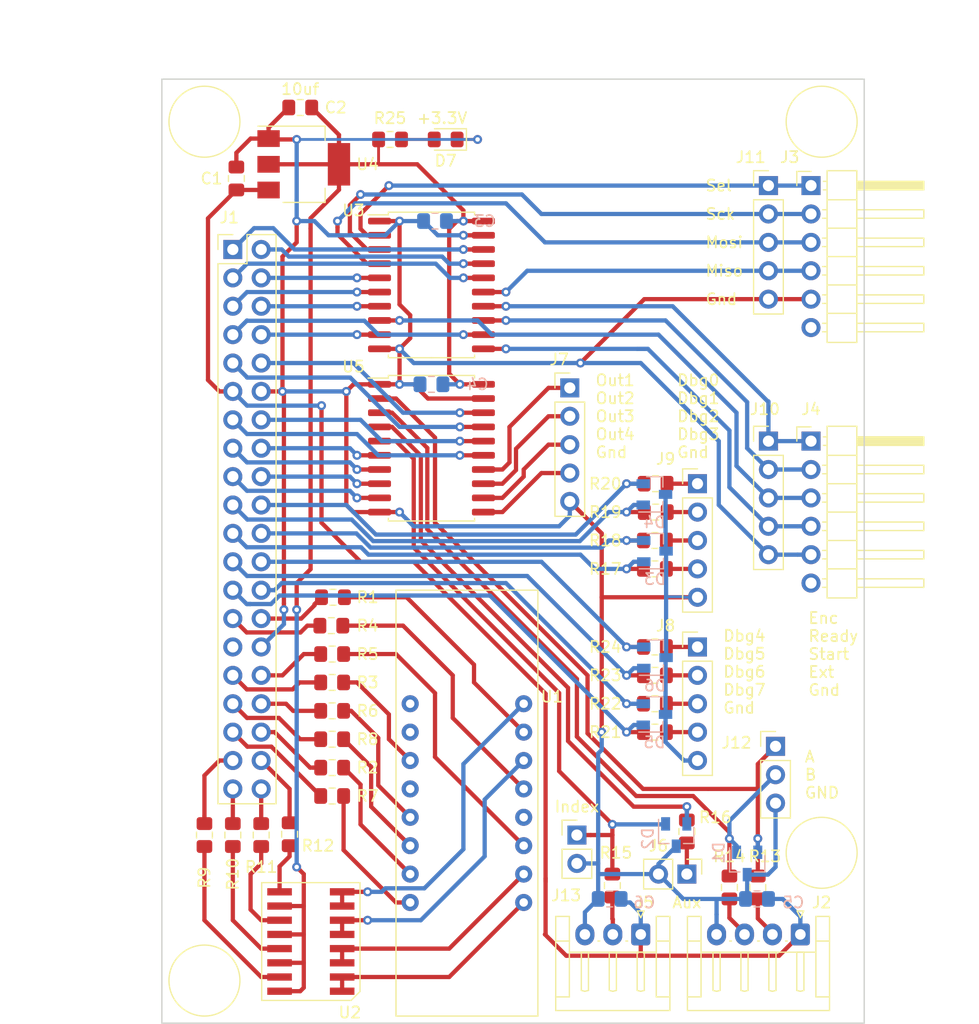
<source format=kicad_pcb>
(kicad_pcb (version 20171130) (host pcbnew "(5.1.4)-1")
  (layers (0 F.Cu signal) (31 B.Cu signal) (34 B.Paste user) (35 F.Paste user) (36 B.SilkS user) (37 F.SilkS user) (38 B.Mask user) (39 F.Mask user) (44 Edge.Cuts user))
  (net 0 "")
  (net 1 /AN3)
  (net 2 /AN2)
  (net 3 /AN4)
  (net 4 /AN1)
  (net 5 /DPR)
  (net 6 /DP)
  (net 7 /SegGR)
  (net 8 /SegG)
  (net 9 /SegFR)
  (net 10 /SegF)
  (net 11 /SegER)
  (net 12 /SegE)
  (net 13 /SegDR)
  (net 14 /SegD)
  (net 15 /SegCR)
  (net 16 /SegC)
  (net 17 /SegBR)
  (net 18 /SegB)
  (net 19 /SegAR)
  (net 20 /SegA)
  (net 21 /AN1B)
  (net 22 /AN2B)
  (net 23 /AN3B)
  (net 24 /AN4B)
  (net 25 /AN4C)
  (net 26 /AN3C)
  (net 27 /AN2C)
  (net 28 /AN1C)
  (net 29 +3V3)
  (net 30 GND)
  (net 31 /Sel)
  (net 32 /Sck)
  (net 33 /Mosi)
  (net 34 /Miso)
  (net 35 +5V)
  (net 36 /Enc)
  (net 37 /EncBuf)
  (net 38 /Start)
  (net 39 /Ready)
  (net 40 /Ext)
  (net 41 /MosiBuf)
  (net 42 /SckBuf)
  (net 43 /SelBuf)
  (net 44 /MisoBuf)
  (net 45 /StartBuf)
  (net 46 /ReadyBuf)
  (net 47 /ExtBuf)
  (net 48 /BR)
  (net 49 /AR)
  (net 50 /BBuf)
  (net 51 /ABuf)
  (net 52 /Bin)
  (net 53 /Ain)
  (net 54 /Index)
  (net 55 /IndexR)
  (net 56 /AuxR)
  (net 57 /Dbg7)
  (net 58 /Dbg3)
  (net 59 /Dbg6)
  (net 60 /Dbg2)
  (net 61 /Dbg5)
  (net 62 /Dbg1)
  (net 63 /Dbg4)
  (net 64 /Dbg0)
  (net 65 /Out3)
  (net 66 /Out2)
  (net 67 /Out1)
  (net 68 /AuxBuf)
  (net 69 /IndexBuf)
  (net 70 /Aux)
  (net 71 /Out4Buf)
  (net 72 /Out3Buf)
  (net 73 /Out2Buf)
  (net 74 /Out1Buf)
  (net 75 /Out4)
  (net 76 /Dbg4R)
  (net 77 /Dbg7R)
  (net 78 /Dbg6R)
  (net 79 /Dbg5R)
  (net 80 /Dbg2R)
  (net 81 /Dbg3R)
  (net 82 /Dbg0R)
  (net 83 /Dbg1R)
  (net 84 /LEDR)
  (module Resistor_SMD:R_0805_2012Metric_Pad1.15x1.40mm_HandSolder (layer F.Cu) (at 165.2016 54.9275)
    (fp_text reference R25 (at 0 -1.905) (layer F.SilkS))
    (fp_text value R)
    (pad 2 smd roundrect (at 1.025 0) (size 1.15 1.4) (layers F.Cu F.Paste F.Mask) (roundrect_rratio 0.217391) (net 84 /LEDR))
    (pad 1 smd roundrect (at -1.025 0) (size 1.15 1.4) (layers F.Cu F.Paste F.Mask) (roundrect_rratio 0.217391) (net 29 +3V3))
  )
  (module LED_SMD:LED_0805_2012Metric_Pad1.15x1.40mm_HandSolder (layer F.Cu) (at 170.18 54.9275 180)
    (fp_text reference D7 (at 0 -1.905) (layer F.SilkS))
    (fp_text value LED)
    (pad 2 smd roundrect (at 1.025 0 180) (size 1.15 1.4) (layers F.Cu F.Paste F.Mask) (roundrect_rratio 0.217391) (net 84 /LEDR))
    (pad 1 smd roundrect (at -1.025 0 180) (size 1.15 1.4) (layers F.Cu F.Paste F.Mask) (roundrect_rratio 0.217391) (net 30 GND))
  )
  (module 0-MiscParts:SOT-23-Handsoldering (layer B.Cu) (at 188.9125 101.2825)
    (fp_text reference D6 (at 0 2.5) (layer B.SilkS) (effects (justify mirror)))
    (fp_text value D_Zener_x2_ACom_KKA)
    (pad 3 smd rect (at 1 0) (size 1.2 0.8) (layers B.Cu B.Paste B.Mask) (net 30 GND))
    (pad 2 smd rect (at -1 -0.95) (size 1.2 0.8) (layers B.Cu B.Paste B.Mask) (net 76 /Dbg4R))
    (pad 1 smd rect (at -1 0.95) (size 1.2 0.8) (layers B.Cu B.Paste B.Mask) (net 79 /Dbg5R))
  )
  (module 0-MiscParts:SOT-23-Handsoldering (layer B.Cu) (at 188.865 106.3625)
    (fp_text reference D5 (at 0 2.5) (layer B.SilkS) (effects (justify mirror)))
    (fp_text value D_Zener_x2_ACom_KKA)
    (pad 3 smd rect (at 1 0) (size 1.2 0.8) (layers B.Cu B.Paste B.Mask) (net 30 GND))
    (pad 2 smd rect (at -1 -0.95) (size 1.2 0.8) (layers B.Cu B.Paste B.Mask) (net 78 /Dbg6R))
    (pad 1 smd rect (at -1 0.95) (size 1.2 0.8) (layers B.Cu B.Paste B.Mask) (net 77 /Dbg7R))
  )
  (module 0-MiscParts:SOT-23-Handsoldering (layer B.Cu) (at 188.865 86.6775)
    (fp_text reference D4 (at 0 2.5) (layer B.SilkS) (effects (justify mirror)))
    (fp_text value D_Zener_x2_ACom_KKA)
    (pad 3 smd rect (at 1 0) (size 1.2 0.8) (layers B.Cu B.Paste B.Mask) (net 30 GND))
    (pad 2 smd rect (at -1 -0.95) (size 1.2 0.8) (layers B.Cu B.Paste B.Mask) (net 82 /Dbg0R))
    (pad 1 smd rect (at -1 0.95) (size 1.2 0.8) (layers B.Cu B.Paste B.Mask) (net 83 /Dbg1R))
  )
  (module 0-MiscParts:SOT-23-Handsoldering (layer B.Cu) (at 188.9125 91.7575)
    (fp_text reference D3 (at 0 2.5) (layer B.SilkS) (effects (justify mirror)))
    (fp_text value D_Zener_x2_ACom_KKA)
    (pad 3 smd rect (at 1 0) (size 1.2 0.8) (layers B.Cu B.Paste B.Mask) (net 30 GND))
    (pad 2 smd rect (at -1 -0.95) (size 1.2 0.8) (layers B.Cu B.Paste B.Mask) (net 80 /Dbg2R))
    (pad 1 smd rect (at -1 0.95) (size 1.2 0.8) (layers B.Cu B.Paste B.Mask) (net 81 /Dbg3R))
  )
  (module 0-MiscParts:SOT-23-Handsoldering (layer B.Cu) (at 190.8175 117.1575 270)
    (fp_text reference D2 (at 0.3175 2.54 90) (layer B.SilkS) (effects (justify mirror)))
    (fp_text value D_Zener_x2_ACom_KKA)
    (pad 3 smd rect (at 1 0 270) (size 1.2 0.8) (layers B.Cu B.Paste B.Mask) (net 30 GND))
    (pad 2 smd rect (at -1 -0.95 270) (size 1.2 0.8) (layers B.Cu B.Paste B.Mask) (net 56 /AuxR))
    (pad 1 smd rect (at -1 0.95 270) (size 1.2 0.8) (layers B.Cu B.Paste B.Mask) (net 55 /IndexR))
  )
  (module 0-MiscParts:SOT-23-Handsoldering (layer B.Cu) (at 197.17 119.6975 270)
    (fp_text reference D1 (at -0.9525 2.5425 90) (layer B.SilkS) (effects (justify mirror)))
    (fp_text value D_Zener_x2_ACom_KKA)
    (pad 3 smd rect (at 1 0 270) (size 1.2 0.8) (layers B.Cu B.Paste B.Mask) (net 30 GND))
    (pad 2 smd rect (at -1 -0.95 270) (size 1.2 0.8) (layers B.Cu B.Paste B.Mask) (net 49 /AR))
    (pad 1 smd rect (at -1 0.95 270) (size 1.2 0.8) (layers B.Cu B.Paste B.Mask) (net 48 /BR))
  )
  (module Connector_PinHeader_2.54mm:PinHeader_1x02_P2.54mm_Vertical (layer F.Cu) (at 181.9275 117.1575)
    (fp_text reference J13 (at -0.9525 5.3975) (layer F.SilkS))
    (fp_text value Conn_01x02)
    (pad 2 thru_hole oval (at 0 2.54) (size 1.7 1.7) (drill 1) (layers *.Cu *.Mask) (net 30 GND))
    (pad 1 thru_hole rect (at 0 0) (size 1.7 1.7) (drill 1) (layers *.Cu *.Mask) (net 55 /IndexR))
  )
  (module Connector_PinHeader_2.54mm:PinHeader_1x03_P2.54mm_Vertical (layer F.Cu) (at 199.7075 109.22)
    (fp_text reference J12 (at -3.4925 -0.3175) (layer F.SilkS))
    (fp_text value Conn_01x03)
    (pad 3 thru_hole oval (at 0 5.08) (size 1.7 1.7) (drill 1) (layers *.Cu *.Mask) (net 30 GND))
    (pad 2 thru_hole oval (at 0 2.54) (size 1.7 1.7) (drill 1) (layers *.Cu *.Mask) (net 48 /BR))
    (pad 1 thru_hole rect (at 0 0) (size 1.7 1.7) (drill 1) (layers *.Cu *.Mask) (net 49 /AR))
  )
  (module Connector_PinHeader_2.54mm:PinHeader_1x05_P2.54mm_Vertical (layer F.Cu) (at 199.0725 59.055)
    (fp_text reference J11 (at -1.5875 -2.54) (layer F.SilkS))
    (fp_text value Conn_01x05)
    (pad 5 thru_hole oval (at 0 10.16) (size 1.7 1.7) (drill 1) (layers *.Cu *.Mask) (net 30 GND))
    (pad 4 thru_hole oval (at 0 7.62) (size 1.7 1.7) (drill 1) (layers *.Cu *.Mask) (net 44 /MisoBuf))
    (pad 3 thru_hole oval (at 0 5.08) (size 1.7 1.7) (drill 1) (layers *.Cu *.Mask) (net 33 /Mosi))
    (pad 2 thru_hole oval (at 0 2.54) (size 1.7 1.7) (drill 1) (layers *.Cu *.Mask) (net 32 /Sck))
    (pad 1 thru_hole rect (at 0 0) (size 1.7 1.7) (drill 1) (layers *.Cu *.Mask) (net 31 /Sel))
  )
  (module Connector_PinHeader_2.54mm:PinHeader_1x05_P2.54mm_Vertical (layer F.Cu) (at 199.0725 81.915)
    (fp_text reference J10 (at -0.3175 -2.8575) (layer F.SilkS))
    (fp_text value Conn_01x05)
    (pad 5 thru_hole oval (at 0 10.16) (size 1.7 1.7) (drill 1) (layers *.Cu *.Mask) (net 30 GND))
    (pad 4 thru_hole oval (at 0 7.62) (size 1.7 1.7) (drill 1) (layers *.Cu *.Mask) (net 47 /ExtBuf))
    (pad 3 thru_hole oval (at 0 5.08) (size 1.7 1.7) (drill 1) (layers *.Cu *.Mask) (net 38 /Start))
    (pad 2 thru_hole oval (at 0 2.54) (size 1.7 1.7) (drill 1) (layers *.Cu *.Mask) (net 46 /ReadyBuf))
    (pad 1 thru_hole rect (at 0 0) (size 1.7 1.7) (drill 1) (layers *.Cu *.Mask) (net 37 /EncBuf))
  )
  (module Resistor_SMD:R_0805_2012Metric_Pad1.15x1.40mm_HandSolder (layer F.Cu) (at 188.9125 100.33 180)
    (fp_text reference R24 (at 4.445 0) (layer F.SilkS))
    (fp_text value 200)
    (pad 2 smd roundrect (at 1.025 0 180) (size 1.15 1.4) (layers F.Cu F.Paste F.Mask) (roundrect_rratio 0.217391) (net 76 /Dbg4R))
    (pad 1 smd roundrect (at -1.025 0 180) (size 1.15 1.4) (layers F.Cu F.Paste F.Mask) (roundrect_rratio 0.217391) (net 63 /Dbg4))
  )
  (module Resistor_SMD:R_0805_2012Metric_Pad1.15x1.40mm_HandSolder (layer F.Cu) (at 188.9125 102.87 180)
    (fp_text reference R23 (at 4.445 0) (layer F.SilkS))
    (fp_text value 200)
    (pad 2 smd roundrect (at 1.025 0 180) (size 1.15 1.4) (layers F.Cu F.Paste F.Mask) (roundrect_rratio 0.217391) (net 79 /Dbg5R))
    (pad 1 smd roundrect (at -1.025 0 180) (size 1.15 1.4) (layers F.Cu F.Paste F.Mask) (roundrect_rratio 0.217391) (net 61 /Dbg5))
  )
  (module Resistor_SMD:R_0805_2012Metric_Pad1.15x1.40mm_HandSolder (layer F.Cu) (at 188.9125 105.41 180)
    (fp_text reference R22 (at 4.445 0) (layer F.SilkS))
    (fp_text value 200)
    (pad 2 smd roundrect (at 1.025 0 180) (size 1.15 1.4) (layers F.Cu F.Paste F.Mask) (roundrect_rratio 0.217391) (net 78 /Dbg6R))
    (pad 1 smd roundrect (at -1.025 0 180) (size 1.15 1.4) (layers F.Cu F.Paste F.Mask) (roundrect_rratio 0.217391) (net 59 /Dbg6))
  )
  (module Resistor_SMD:R_0805_2012Metric_Pad1.15x1.40mm_HandSolder (layer F.Cu) (at 188.9125 107.95 180)
    (fp_text reference R21 (at 4.445 0) (layer F.SilkS))
    (fp_text value 200)
    (pad 2 smd roundrect (at 1.025 0 180) (size 1.15 1.4) (layers F.Cu F.Paste F.Mask) (roundrect_rratio 0.217391) (net 77 /Dbg7R))
    (pad 1 smd roundrect (at -1.025 0 180) (size 1.15 1.4) (layers F.Cu F.Paste F.Mask) (roundrect_rratio 0.217391) (net 57 /Dbg7))
  )
  (module Resistor_SMD:R_0805_2012Metric_Pad1.15x1.40mm_HandSolder (layer F.Cu) (at 188.967 85.725 180)
    (fp_text reference R20 (at 4.4995 0) (layer F.SilkS))
    (fp_text value 200)
    (pad 2 smd roundrect (at 1.025 0 180) (size 1.15 1.4) (layers F.Cu F.Paste F.Mask) (roundrect_rratio 0.217391) (net 82 /Dbg0R))
    (pad 1 smd roundrect (at -1.025 0 180) (size 1.15 1.4) (layers F.Cu F.Paste F.Mask) (roundrect_rratio 0.217391) (net 64 /Dbg0))
  )
  (module Resistor_SMD:R_0805_2012Metric_Pad1.15x1.40mm_HandSolder (layer F.Cu) (at 188.985 88.265 180)
    (fp_text reference R19 (at 4.5175 0) (layer F.SilkS))
    (fp_text value 200)
    (pad 2 smd roundrect (at 1.025 0 180) (size 1.15 1.4) (layers F.Cu F.Paste F.Mask) (roundrect_rratio 0.217391) (net 83 /Dbg1R))
    (pad 1 smd roundrect (at -1.025 0 180) (size 1.15 1.4) (layers F.Cu F.Paste F.Mask) (roundrect_rratio 0.217391) (net 62 /Dbg1))
  )
  (module Resistor_SMD:R_0805_2012Metric_Pad1.15x1.40mm_HandSolder (layer F.Cu) (at 188.9125 90.805 180)
    (fp_text reference R18 (at 4.445 0) (layer F.SilkS))
    (fp_text value 200)
    (pad 2 smd roundrect (at 1.025 0 180) (size 1.15 1.4) (layers F.Cu F.Paste F.Mask) (roundrect_rratio 0.217391) (net 80 /Dbg2R))
    (pad 1 smd roundrect (at -1.025 0 180) (size 1.15 1.4) (layers F.Cu F.Paste F.Mask) (roundrect_rratio 0.217391) (net 60 /Dbg2))
  )
  (module Resistor_SMD:R_0805_2012Metric_Pad1.15x1.40mm_HandSolder (layer F.Cu) (at 188.9125 93.345 180)
    (fp_text reference R17 (at 4.445 0) (layer F.SilkS))
    (fp_text value 200)
    (pad 2 smd roundrect (at 1.025 0 180) (size 1.15 1.4) (layers F.Cu F.Paste F.Mask) (roundrect_rratio 0.217391) (net 81 /Dbg3R))
    (pad 1 smd roundrect (at -1.025 0 180) (size 1.15 1.4) (layers F.Cu F.Paste F.Mask) (roundrect_rratio 0.217391) (net 58 /Dbg3))
  )
  (module Connector_PinHeader_2.54mm:PinHeader_1x06_P2.54mm_Horizontal (layer F.Cu) (at 202.8825 81.915)
    (fp_text reference J4 (at 0 -2.8575) (layer F.SilkS))
    (fp_text value Conn_01x06)
    (pad 6 thru_hole oval (at 0 12.7) (size 1.7 1.7) (drill 1) (layers *.Cu *.Mask))
    (pad 5 thru_hole oval (at 0 10.16) (size 1.7 1.7) (drill 1) (layers *.Cu *.Mask) (net 30 GND))
    (pad 4 thru_hole oval (at 0 7.62) (size 1.7 1.7) (drill 1) (layers *.Cu *.Mask) (net 47 /ExtBuf))
    (pad 3 thru_hole oval (at 0 5.08) (size 1.7 1.7) (drill 1) (layers *.Cu *.Mask) (net 38 /Start))
    (pad 2 thru_hole oval (at 0 2.54) (size 1.7 1.7) (drill 1) (layers *.Cu *.Mask) (net 46 /ReadyBuf))
    (pad 1 thru_hole rect (at 0 0) (size 1.7 1.7) (drill 1) (layers *.Cu *.Mask) (net 37 /EncBuf))
  )
  (module Connector_PinHeader_2.54mm:PinHeader_1x06_P2.54mm_Horizontal (layer F.Cu) (at 202.8825 59.055)
    (fp_text reference J3 (at -1.905 -2.54) (layer F.SilkS))
    (fp_text value Conn_01x06)
    (pad 6 thru_hole oval (at 0 12.7) (size 1.7 1.7) (drill 1) (layers *.Cu *.Mask))
    (pad 5 thru_hole oval (at 0 10.16) (size 1.7 1.7) (drill 1) (layers *.Cu *.Mask) (net 30 GND))
    (pad 4 thru_hole oval (at 0 7.62) (size 1.7 1.7) (drill 1) (layers *.Cu *.Mask) (net 44 /MisoBuf))
    (pad 3 thru_hole oval (at 0 5.08) (size 1.7 1.7) (drill 1) (layers *.Cu *.Mask) (net 33 /Mosi))
    (pad 2 thru_hole oval (at 0 2.54) (size 1.7 1.7) (drill 1) (layers *.Cu *.Mask) (net 32 /Sck))
    (pad 1 thru_hole rect (at 0 0) (size 1.7 1.7) (drill 1) (layers *.Cu *.Mask) (net 31 /Sel))
  )
  (module 0-MiscParts:SOIC-16_5.6mm (layer F.Cu) (at 158.115 126.6825 90)
    (fp_text reference U2 (at -6.35 3.4925) (layer F.SilkS))
    (fp_text value PNP_4_Transistor_Array)
    (pad 8 smd rect (at 4.445 2.8 90) (size 0.65 2.2) (layers F.Cu F.Paste F.Mask) (net 25 /AN4C))
    (pad 9 smd rect (at 4.445 -2.8 90) (size 0.65 2.2) (layers F.Cu F.Paste F.Mask) (net 24 /AN4B))
    (pad 7 smd rect (at 3.175 2.8 90) (size 0.65 2.2) (layers F.Cu F.Paste F.Mask) (net 25 /AN4C))
    (pad 10 smd rect (at 3.175 -2.8 90) (size 0.65 2.2) (layers F.Cu F.Paste F.Mask) (net 29 +3V3))
    (pad 6 smd rect (at 1.905 2.8 90) (size 0.65 2.2) (layers F.Cu F.Paste F.Mask) (net 26 /AN3C))
    (pad 11 smd rect (at 1.905 -2.8 90) (size 0.65 2.2) (layers F.Cu F.Paste F.Mask) (net 23 /AN3B))
    (pad 5 smd rect (at 0.635 2.8 90) (size 0.65 2.2) (layers F.Cu F.Paste F.Mask) (net 26 /AN3C))
    (pad 12 smd rect (at 0.635 -2.8 90) (size 0.65 2.2) (layers F.Cu F.Paste F.Mask) (net 29 +3V3))
    (pad 4 smd rect (at -0.635 2.8 90) (size 0.65 2.2) (layers F.Cu F.Paste F.Mask) (net 27 /AN2C))
    (pad 13 smd rect (at -0.635 -2.8 90) (size 0.65 2.2) (layers F.Cu F.Paste F.Mask) (net 22 /AN2B))
    (pad 3 smd rect (at -1.905 2.8 90) (size 0.65 2.2) (layers F.Cu F.Paste F.Mask) (net 27 /AN2C))
    (pad 14 smd rect (at -1.905 -2.8 90) (size 0.65 2.2) (layers F.Cu F.Paste F.Mask) (net 29 +3V3))
    (pad 2 smd rect (at -3.175 2.8 90) (size 0.65 2.2) (layers F.Cu F.Paste F.Mask) (net 28 /AN1C))
    (pad 15 smd rect (at -3.175 -2.8 90) (size 0.65 2.2) (layers F.Cu F.Paste F.Mask) (net 21 /AN1B))
    (pad 1 smd rect (at -4.445 2.8 90) (size 0.65 2.2) (layers F.Cu F.Paste F.Mask) (net 28 /AN1C))
    (pad 16 smd rect (at -4.445 -2.8 90) (size 0.65 2.2) (layers F.Cu F.Paste F.Mask) (net 29 +3V3))
  )
  (module Connector_JST:JST_EH_S4B-EH_1x04_P2.50mm_Horizontal (layer F.Cu) (at 201.93 126.0475 180)
    (fp_text reference J2 (at -1.905 2.8575) (layer F.SilkS))
    (fp_text value Conn_01x04)
    (pad 4 thru_hole oval (at 7.5 0 180) (size 1.7 1.95) (drill 0.95) (layers *.Cu *.Mask) (net 30 GND))
    (pad 3 thru_hole oval (at 5 0 180) (size 1.7 1.95) (drill 0.95) (layers *.Cu *.Mask) (net 52 /Bin))
    (pad 2 thru_hole oval (at 2.5 0 180) (size 1.7 1.95) (drill 0.95) (layers *.Cu *.Mask) (net 53 /Ain))
    (pad 1 thru_hole roundrect (at 0 0 180) (size 1.7 1.95) (drill 0.95) (layers *.Cu *.Mask) (roundrect_rratio 0.147059) (net 35 +5V))
  )
  (module Capacitor_SMD:C_0805_2012Metric_Pad1.15x1.40mm_HandSolder (layer B.Cu) (at 184.8575 122.8725 180)
    (fp_text reference C6 (at -3.1025 -0.3175) (layer B.SilkS) (effects (justify mirror)))
    (fp_text value .1uf)
    (pad 2 smd roundrect (at 1.025 0 180) (size 1.15 1.4) (layers B.Cu B.Paste B.Mask) (roundrect_rratio 0.217391) (net 30 GND))
    (pad 1 smd roundrect (at -1.025 0 180) (size 1.15 1.4) (layers B.Cu B.Paste B.Mask) (roundrect_rratio 0.217391) (net 35 +5V))
  )
  (module Capacitor_SMD:C_0805_2012Metric_Pad1.15x1.40mm_HandSolder (layer B.Cu) (at 198.0475 122.8725 180)
    (fp_text reference C5 (at -3.2475 -0.3175) (layer B.SilkS) (effects (justify mirror)))
    (fp_text value .1uf)
    (pad 2 smd roundrect (at 1.025 0 180) (size 1.15 1.4) (layers B.Cu B.Paste B.Mask) (roundrect_rratio 0.217391) (net 30 GND))
    (pad 1 smd roundrect (at -1.025 0 180) (size 1.15 1.4) (layers B.Cu B.Paste B.Mask) (roundrect_rratio 0.217391) (net 35 +5V))
  )
  (module "0-MiscParts:MountingHole _1-8_1-4" (layer F.Cu) (at 148.59 130.175)
    (fp_text reference H4)
    (fp_text value MountingHole)
    (pad "" np_thru_hole circle (at 0 0) (size 3.175 3.175) (drill 3.175) (layers *.Cu *.Mask))
  )
  (module "0-MiscParts:MountingHole _1-8_1-4" (layer F.Cu) (at 148.59 53.34)
    (fp_text reference H3)
    (fp_text value MountingHole)
    (pad "" np_thru_hole circle (at 0 0) (size 3.175 3.175) (drill 3.175) (layers *.Cu *.Mask))
  )
  (module "0-MiscParts:MountingHole _1-8_1-4" (layer F.Cu) (at 203.835 53.34)
    (fp_text reference H2)
    (fp_text value MountingHole)
    (pad "" np_thru_hole circle (at 0 0) (size 3.175 3.175) (drill 3.175) (layers *.Cu *.Mask))
  )
  (module "0-MiscParts:MountingHole _1-8_1-4" (layer F.Cu) (at 203.835 118.745)
    (fp_text reference H1)
    (fp_text value MountingHole)
    (pad "" np_thru_hole circle (at 0 0) (size 3.175 3.175) (drill 3.175) (layers *.Cu *.Mask))
  )
  (module Resistor_SMD:R_0805_2012Metric_Pad1.15x1.40mm_HandSolder (layer F.Cu) (at 191.77 116.84 90)
    (fp_text reference R16 (at 1.27 2.54 180) (layer F.SilkS))
    (fp_text value 200)
    (pad 2 smd roundrect (at 1.025 0 90) (size 1.15 1.4) (layers F.Cu F.Paste F.Mask) (roundrect_rratio 0.217391) (net 56 /AuxR))
    (pad 1 smd roundrect (at -1.025 0 90) (size 1.15 1.4) (layers F.Cu F.Paste F.Mask) (roundrect_rratio 0.217391) (net 70 /Aux))
  )
  (module Connector_PinHeader_2.54mm:PinHeader_1x05_P2.54mm_Vertical (layer F.Cu) (at 192.7225 85.725)
    (fp_text reference J9 (at -2.8575 -2.2225) (layer F.SilkS))
    (fp_text value Conn_01x05)
    (pad 5 thru_hole oval (at 0 10.16) (size 1.7 1.7) (drill 1) (layers *.Cu *.Mask) (net 30 GND))
    (pad 4 thru_hole oval (at 0 7.62) (size 1.7 1.7) (drill 1) (layers *.Cu *.Mask) (net 58 /Dbg3))
    (pad 3 thru_hole oval (at 0 5.08) (size 1.7 1.7) (drill 1) (layers *.Cu *.Mask) (net 60 /Dbg2))
    (pad 2 thru_hole oval (at 0 2.54) (size 1.7 1.7) (drill 1) (layers *.Cu *.Mask) (net 62 /Dbg1))
    (pad 1 thru_hole rect (at 0 0) (size 1.7 1.7) (drill 1) (layers *.Cu *.Mask) (net 64 /Dbg0))
  )
  (module Connector_PinHeader_2.54mm:PinHeader_1x05_P2.54mm_Vertical (layer F.Cu) (at 192.7225 100.33)
    (fp_text reference J8 (at -2.8575 -1.905) (layer F.SilkS))
    (fp_text value Conn_01x05)
    (pad 5 thru_hole oval (at 0 10.16) (size 1.7 1.7) (drill 1) (layers *.Cu *.Mask) (net 30 GND))
    (pad 4 thru_hole oval (at 0 7.62) (size 1.7 1.7) (drill 1) (layers *.Cu *.Mask) (net 57 /Dbg7))
    (pad 3 thru_hole oval (at 0 5.08) (size 1.7 1.7) (drill 1) (layers *.Cu *.Mask) (net 59 /Dbg6))
    (pad 2 thru_hole oval (at 0 2.54) (size 1.7 1.7) (drill 1) (layers *.Cu *.Mask) (net 61 /Dbg5))
    (pad 1 thru_hole rect (at 0 0) (size 1.7 1.7) (drill 1) (layers *.Cu *.Mask) (net 63 /Dbg4))
  )
  (module Connector_PinHeader_2.54mm:PinHeader_1x05_P2.54mm_Vertical (layer F.Cu) (at 181.2925 77.1525)
    (fp_text reference J7 (at -0.9525 -2.54) (layer F.SilkS))
    (fp_text value Conn_01x05)
    (pad 5 thru_hole oval (at 0 10.16) (size 1.7 1.7) (drill 1) (layers *.Cu *.Mask) (net 30 GND))
    (pad 4 thru_hole oval (at 0 7.62) (size 1.7 1.7) (drill 1) (layers *.Cu *.Mask) (net 71 /Out4Buf))
    (pad 3 thru_hole oval (at 0 5.08) (size 1.7 1.7) (drill 1) (layers *.Cu *.Mask) (net 72 /Out3Buf))
    (pad 2 thru_hole oval (at 0 2.54) (size 1.7 1.7) (drill 1) (layers *.Cu *.Mask) (net 73 /Out2Buf))
    (pad 1 thru_hole rect (at 0 0) (size 1.7 1.7) (drill 1) (layers *.Cu *.Mask) (net 74 /Out1Buf))
  )
  (module Connector_PinHeader_2.54mm:PinHeader_1x02_P2.54mm_Vertical (layer F.Cu) (at 191.77 120.65 270)
    (fp_text reference J6 (at -2.54 2.54 180) (layer F.SilkS))
    (fp_text value Conn_01x02)
    (pad 2 thru_hole oval (at 0 2.54 270) (size 1.7 1.7) (drill 1) (layers *.Cu *.Mask) (net 30 GND))
    (pad 1 thru_hole rect (at 0 0 270) (size 1.7 1.7) (drill 1) (layers *.Cu *.Mask) (net 70 /Aux))
  )
  (module 0-MiscParts:4_Digit_LED (layer F.Cu) (at 172.085 114.3 180)
    (fp_text reference U1 (at -7.62 9.525) (layer F.SilkS))
    (fp_text value 7SegDisplay)
    (pad 16 thru_hole circle (at 5.08 -8.89 180) (size 1.524 1.524) (drill 0.762) (layers *.Cu *.Mask) (net 17 /SegBR))
    (pad 15 thru_hole circle (at 5.08 -6.35 180) (size 1.524 1.524) (drill 0.762) (layers *.Cu *.Mask) (net 7 /SegGR))
    (pad 14 thru_hole circle (at 5.08 -3.81 180) (size 1.524 1.524) (drill 0.762) (layers *.Cu *.Mask) (net 19 /SegAR))
    (pad 13 thru_hole circle (at 5.08 -1.27 180) (size 1.524 1.524) (drill 0.762) (layers *.Cu *.Mask) (net 15 /SegCR))
    (pad 12 thru_hole circle (at 5.08 1.27 180) (size 1.524 1.524) (drill 0.762) (layers *.Cu *.Mask))
    (pad 11 thru_hole circle (at 5.08 3.81 180) (size 1.524 1.524) (drill 0.762) (layers *.Cu *.Mask) (net 9 /SegFR))
    (pad 10 thru_hole circle (at 5.08 6.35 180) (size 1.524 1.524) (drill 0.762) (layers *.Cu *.Mask))
    (pad 9 thru_hole circle (at 5.08 8.89 180) (size 1.524 1.524) (drill 0.762) (layers *.Cu *.Mask))
    (pad 8 thru_hole circle (at -5.08 8.89 180) (size 1.524 1.524) (drill 0.762) (layers *.Cu *.Mask) (net 25 /AN4C))
    (pad 7 thru_hole circle (at -5.08 6.35 180) (size 1.524 1.524) (drill 0.762) (layers *.Cu *.Mask) (net 5 /DPR))
    (pad 6 thru_hole circle (at -5.08 3.81 180) (size 1.524 1.524) (drill 0.762) (layers *.Cu *.Mask) (net 26 /AN3C))
    (pad 5 thru_hole circle (at -5.08 1.27 180) (size 1.524 1.524) (drill 0.762) (layers *.Cu *.Mask) (net 11 /SegER))
    (pad 4 thru_hole circle (at -5.08 -1.27 180) (size 1.524 1.524) (drill 0.762) (layers *.Cu *.Mask))
    (pad 3 thru_hole circle (at -5.08 -3.81 180) (size 1.524 1.524) (drill 0.762) (layers *.Cu *.Mask) (net 13 /SegDR))
    (pad 2 thru_hole circle (at -5.08 -6.35 180) (size 1.524 1.524) (drill 0.762) (layers *.Cu *.Mask) (net 27 /AN2C))
    (pad 1 thru_hole circle (at -5.08 -8.89 180) (size 1.524 1.524) (drill 0.762) (layers *.Cu *.Mask) (net 28 /AN1C))
  )
  (module Package_SO:SOIC-20W_7.5x12.8mm_P1.27mm (layer F.Cu) (at 168.91 82.55)
    (fp_text reference U5 (at -6.985 -7.3025) (layer F.SilkS))
    (fp_text value 74LS541)
    (pad 20 smd roundrect (at 4.65 -5.715) (size 2.05 0.6) (layers F.Cu F.Paste F.Mask) (net 29 +3V3))
    (pad 19 smd roundrect (at 4.65 -4.445) (size 2.05 0.6) (layers F.Cu F.Paste F.Mask) (net 30 GND))
    (pad 18 smd roundrect (at 4.65 -3.175) (size 2.05 0.6) (layers F.Cu F.Paste F.Mask) (net 51 /ABuf))
    (pad 17 smd roundrect (at 4.65 -1.905) (size 2.05 0.6) (layers F.Cu F.Paste F.Mask) (net 50 /BBuf))
    (pad 16 smd roundrect (at 4.65 -0.635) (size 2.05 0.6) (layers F.Cu F.Paste F.Mask) (net 68 /AuxBuf))
    (pad 15 smd roundrect (at 4.65 0.635) (size 2.05 0.6) (layers F.Cu F.Paste F.Mask) (net 69 /IndexBuf))
    (pad 14 smd roundrect (at 4.65 1.905) (size 2.05 0.6) (layers F.Cu F.Paste F.Mask) (net 74 /Out1Buf))
    (pad 13 smd roundrect (at 4.65 3.175) (size 2.05 0.6) (layers F.Cu F.Paste F.Mask) (net 73 /Out2Buf))
    (pad 12 smd roundrect (at 4.65 4.445) (size 2.05 0.6) (layers F.Cu F.Paste F.Mask) (net 72 /Out3Buf))
    (pad 11 smd roundrect (at 4.65 5.715) (size 2.05 0.6) (layers F.Cu F.Paste F.Mask) (net 71 /Out4Buf))
    (pad 10 smd roundrect (at -4.65 5.715) (size 2.05 0.6) (layers F.Cu F.Paste F.Mask) (net 30 GND))
    (pad 9 smd roundrect (at -4.65 4.445) (size 2.05 0.6) (layers F.Cu F.Paste F.Mask) (net 75 /Out4))
    (pad 8 smd roundrect (at -4.65 3.175) (size 2.05 0.6) (layers F.Cu F.Paste F.Mask) (net 65 /Out3))
    (pad 7 smd roundrect (at -4.65 1.905) (size 2.05 0.6) (layers F.Cu F.Paste F.Mask) (net 66 /Out2))
    (pad 6 smd roundrect (at -4.65 0.635) (size 2.05 0.6) (layers F.Cu F.Paste F.Mask) (net 67 /Out1))
    (pad 5 smd roundrect (at -4.65 -0.635) (size 2.05 0.6) (layers F.Cu F.Paste F.Mask) (net 55 /IndexR))
    (pad 4 smd roundrect (at -4.65 -1.905) (size 2.05 0.6) (layers F.Cu F.Paste F.Mask) (net 56 /AuxR))
    (pad 3 smd roundrect (at -4.65 -3.175) (size 2.05 0.6) (layers F.Cu F.Paste F.Mask) (net 48 /BR))
    (pad 2 smd roundrect (at -4.65 -4.445) (size 2.05 0.6) (layers F.Cu F.Paste F.Mask) (net 49 /AR))
    (pad 1 smd roundrect (at -4.65 -5.715) (size 2.05 0.6) (layers F.Cu F.Paste F.Mask) (net 30 GND))
  )
  (module Package_TO_SOT_SMD:SOT-223-3_TabPin2 (layer F.Cu) (at 157.48 57.15)
    (fp_text reference U4 (at 5.715 0) (layer F.SilkS))
    (fp_text value AMS1117-3.3)
    (pad 1 smd rect (at -3.15 -2.3) (size 2 1.5) (layers F.Cu F.Paste F.Mask) (net 30 GND))
    (pad 3 smd rect (at -3.15 2.3) (size 2 1.5) (layers F.Cu F.Paste F.Mask) (net 35 +5V))
    (pad 2 smd rect (at -3.15 0) (size 2 1.5) (layers F.Cu F.Paste F.Mask) (net 29 +3V3))
    (pad 2 smd rect (at 3.15 0) (size 2 3.8) (layers F.Cu F.Paste F.Mask) (net 29 +3V3))
  )
  (module Resistor_SMD:R_0805_2012Metric_Pad1.15x1.40mm_HandSolder (layer F.Cu) (at 185.1025 121.675 90)
    (fp_text reference R15 (at 2.93 0.3175 180) (layer F.SilkS))
    (fp_text value 200)
    (pad 2 smd roundrect (at 1.025 0 90) (size 1.15 1.4) (layers F.Cu F.Paste F.Mask) (roundrect_rratio 0.217391) (net 55 /IndexR))
    (pad 1 smd roundrect (at -1.025 0 90) (size 1.15 1.4) (layers F.Cu F.Paste F.Mask) (roundrect_rratio 0.217391) (net 54 /Index))
  )
  (module Connector_JST:JST_EH_S3B-EH_1x03_P2.50mm_Horizontal (layer F.Cu) (at 187.6425 126.0475 180)
    (fp_text reference J5 (at -0.3175 2.8575) (layer F.SilkS))
    (fp_text value Conn_01x03)
    (pad 3 thru_hole oval (at 5 0 180) (size 1.7 1.95) (drill 0.95) (layers *.Cu *.Mask) (net 30 GND))
    (pad 2 thru_hole oval (at 2.5 0 180) (size 1.7 1.95) (drill 0.95) (layers *.Cu *.Mask) (net 54 /Index))
    (pad 1 thru_hole roundrect (at 0 0 180) (size 1.7 1.95) (drill 0.95) (layers *.Cu *.Mask) (roundrect_rratio 0.147059) (net 35 +5V))
  )
  (module Capacitor_SMD:C_0805_2012Metric_Pad1.15x1.40mm_HandSolder (layer B.Cu) (at 168.91 76.835 180)
    (fp_text reference C4 (at -4.1275 0 180) (layer B.SilkS) (effects (justify mirror)))
    (fp_text value C)
    (pad 2 smd roundrect (at 1.025 0 180) (size 1.15 1.4) (layers B.Cu B.Paste B.Mask) (roundrect_rratio 0.217391) (net 30 GND))
    (pad 1 smd roundrect (at -1.025 0 180) (size 1.15 1.4) (layers B.Cu B.Paste B.Mask) (roundrect_rratio 0.217391) (net 29 +3V3))
  )
  (module Capacitor_SMD:C_0805_2012Metric_Pad1.15x1.40mm_HandSolder (layer B.Cu) (at 169.2275 62.23 180)
    (fp_text reference C3 (at -4.445 0) (layer B.SilkS) (effects (justify mirror)))
    (fp_text value C)
    (pad 2 smd roundrect (at 1.025 0 180) (size 1.15 1.4) (layers B.Cu B.Paste B.Mask) (roundrect_rratio 0.217391) (net 30 GND))
    (pad 1 smd roundrect (at -1.025 0 180) (size 1.15 1.4) (layers B.Cu B.Paste B.Mask) (roundrect_rratio 0.217391) (net 29 +3V3))
  )
  (module Capacitor_SMD:C_0805_2012Metric_Pad1.15x1.40mm_HandSolder (layer F.Cu) (at 157.1625 52.07 180)
    (fp_text reference C2 (at -3.175 0) (layer F.SilkS))
    (fp_text value 10uf (at 0 1.65) (layer F.SilkS))
    (pad 2 smd roundrect (at 1.025 0 180) (size 1.15 1.4) (layers F.Cu F.Paste F.Mask) (roundrect_rratio 0.217391) (net 30 GND))
    (pad 1 smd roundrect (at -1.025 0 180) (size 1.15 1.4) (layers F.Cu F.Paste F.Mask) (roundrect_rratio 0.217391) (net 29 +3V3))
  )
  (module Capacitor_SMD:C_0805_2012Metric_Pad1.15x1.40mm_HandSolder (layer F.Cu) (at 151.4475 58.42 90)
    (fp_text reference C1 (at 0 -2.2225 180) (layer F.SilkS))
    (fp_text value .1uf)
    (pad 2 smd roundrect (at 1.025 0 90) (size 1.15 1.4) (layers F.Cu F.Paste F.Mask) (roundrect_rratio 0.217391) (net 30 GND))
    (pad 1 smd roundrect (at -1.025 0 90) (size 1.15 1.4) (layers F.Cu F.Paste F.Mask) (roundrect_rratio 0.217391) (net 35 +5V))
  )
  (module Resistor_SMD:R_0805_2012Metric_Pad1.15x1.40mm_HandSolder (layer F.Cu) (at 195.58 121.8475 90)
    (fp_text reference R14 (at 2.785 0 180) (layer F.SilkS))
    (fp_text value 200)
    (pad 2 smd roundrect (at 1.025 0 90) (size 1.15 1.4) (layers F.Cu F.Paste F.Mask) (roundrect_rratio 0.217391) (net 48 /BR))
    (pad 1 smd roundrect (at -1.025 0 90) (size 1.15 1.4) (layers F.Cu F.Paste F.Mask) (roundrect_rratio 0.217391) (net 52 /Bin))
  )
  (module Resistor_SMD:R_0805_2012Metric_Pad1.15x1.40mm_HandSolder (layer F.Cu) (at 198.12 121.8475 90)
    (fp_text reference R13 (at 2.785 0.635 180) (layer F.SilkS))
    (fp_text value 200)
    (pad 2 smd roundrect (at 1.025 0 90) (size 1.15 1.4) (layers F.Cu F.Paste F.Mask) (roundrect_rratio 0.217391) (net 49 /AR))
    (pad 1 smd roundrect (at -1.025 0 90) (size 1.15 1.4) (layers F.Cu F.Paste F.Mask) (roundrect_rratio 0.217391) (net 53 /Ain))
  )
  (module Connector_PinHeader_2.54mm:PinHeader_2x20_P2.54mm_Vertical (layer F.Cu) (at 151.13 64.77)
    (fp_text reference J1 (at -0.3175 -2.8575) (layer F.SilkS))
    (fp_text value DE0_Nano_GPIO_0)
    (pad 40 thru_hole oval (at 2.54 48.26) (size 1.7 1.7) (drill 1) (layers *.Cu *.Mask) (net 1 /AN3))
    (pad 39 thru_hole oval (at 0 48.26) (size 1.7 1.7) (drill 1) (layers *.Cu *.Mask) (net 2 /AN2))
    (pad 38 thru_hole oval (at 2.54 45.72) (size 1.7 1.7) (drill 1) (layers *.Cu *.Mask) (net 3 /AN4))
    (pad 37 thru_hole oval (at 0 45.72) (size 1.7 1.7) (drill 1) (layers *.Cu *.Mask) (net 4 /AN1))
    (pad 36 thru_hole oval (at 2.54 43.18) (size 1.7 1.7) (drill 1) (layers *.Cu *.Mask) (net 8 /SegG))
    (pad 35 thru_hole oval (at 0 43.18) (size 1.7 1.7) (drill 1) (layers *.Cu *.Mask) (net 18 /SegB))
    (pad 34 thru_hole oval (at 2.54 40.64) (size 1.7 1.7) (drill 1) (layers *.Cu *.Mask) (net 16 /SegC))
    (pad 33 thru_hole oval (at 0 40.64) (size 1.7 1.7) (drill 1) (layers *.Cu *.Mask) (net 20 /SegA))
    (pad 32 thru_hole oval (at 2.54 38.1) (size 1.7 1.7) (drill 1) (layers *.Cu *.Mask) (net 14 /SegD))
    (pad 31 thru_hole oval (at 0 38.1) (size 1.7 1.7) (drill 1) (layers *.Cu *.Mask) (net 10 /SegF))
    (pad 30 thru_hole oval (at 2.54 35.56) (size 1.7 1.7) (drill 1) (layers *.Cu *.Mask) (net 30 GND))
    (pad 29 thru_hole oval (at 0 35.56) (size 1.7 1.7) (drill 1) (layers *.Cu *.Mask))
    (pad 28 thru_hole oval (at 2.54 33.02) (size 1.7 1.7) (drill 1) (layers *.Cu *.Mask) (net 6 /DP))
    (pad 27 thru_hole oval (at 0 33.02) (size 1.7 1.7) (drill 1) (layers *.Cu *.Mask) (net 12 /SegE))
    (pad 26 thru_hole oval (at 2.54 30.48) (size 1.7 1.7) (drill 1) (layers *.Cu *.Mask) (net 78 /Dbg6R))
    (pad 25 thru_hole oval (at 0 30.48) (size 1.7 1.7) (drill 1) (layers *.Cu *.Mask) (net 77 /Dbg7R))
    (pad 24 thru_hole oval (at 2.54 27.94) (size 1.7 1.7) (drill 1) (layers *.Cu *.Mask) (net 76 /Dbg4R))
    (pad 23 thru_hole oval (at 0 27.94) (size 1.7 1.7) (drill 1) (layers *.Cu *.Mask) (net 79 /Dbg5R))
    (pad 22 thru_hole oval (at 2.54 25.4) (size 1.7 1.7) (drill 1) (layers *.Cu *.Mask) (net 80 /Dbg2R))
    (pad 21 thru_hole oval (at 0 25.4) (size 1.7 1.7) (drill 1) (layers *.Cu *.Mask) (net 81 /Dbg3R))
    (pad 20 thru_hole oval (at 2.54 22.86) (size 1.7 1.7) (drill 1) (layers *.Cu *.Mask) (net 82 /Dbg0R))
    (pad 19 thru_hole oval (at 0 22.86) (size 1.7 1.7) (drill 1) (layers *.Cu *.Mask) (net 83 /Dbg1R))
    (pad 18 thru_hole oval (at 2.54 20.32) (size 1.7 1.7) (drill 1) (layers *.Cu *.Mask) (net 65 /Out3))
    (pad 17 thru_hole oval (at 0 20.32) (size 1.7 1.7) (drill 1) (layers *.Cu *.Mask) (net 75 /Out4))
    (pad 16 thru_hole oval (at 2.54 17.78) (size 1.7 1.7) (drill 1) (layers *.Cu *.Mask) (net 67 /Out1))
    (pad 15 thru_hole oval (at 0 17.78) (size 1.7 1.7) (drill 1) (layers *.Cu *.Mask) (net 66 /Out2))
    (pad 14 thru_hole oval (at 2.54 15.24) (size 1.7 1.7) (drill 1) (layers *.Cu *.Mask) (net 68 /AuxBuf))
    (pad 13 thru_hole oval (at 0 15.24) (size 1.7 1.7) (drill 1) (layers *.Cu *.Mask) (net 69 /IndexBuf))
    (pad 12 thru_hole oval (at 2.54 12.7) (size 1.7 1.7) (drill 1) (layers *.Cu *.Mask) (net 30 GND))
    (pad 11 thru_hole oval (at 0 12.7) (size 1.7 1.7) (drill 1) (layers *.Cu *.Mask) (net 35 +5V))
    (pad 10 thru_hole oval (at 2.54 10.16) (size 1.7 1.7) (drill 1) (layers *.Cu *.Mask) (net 51 /ABuf))
    (pad 9 thru_hole oval (at 0 10.16) (size 1.7 1.7) (drill 1) (layers *.Cu *.Mask) (net 50 /BBuf))
    (pad 8 thru_hole oval (at 2.54 7.62) (size 1.7 1.7) (drill 1) (layers *.Cu *.Mask) (net 40 /Ext))
    (pad 7 thru_hole oval (at 0 7.62) (size 1.7 1.7) (drill 1) (layers *.Cu *.Mask) (net 45 /StartBuf))
    (pad 6 thru_hole oval (at 2.54 5.08) (size 1.7 1.7) (drill 1) (layers *.Cu *.Mask) (net 39 /Ready))
    (pad 5 thru_hole oval (at 0 5.08) (size 1.7 1.7) (drill 1) (layers *.Cu *.Mask) (net 36 /Enc))
    (pad 4 thru_hole oval (at 2.54 2.54) (size 1.7 1.7) (drill 1) (layers *.Cu *.Mask) (net 34 /Miso))
    (pad 3 thru_hole oval (at 0 2.54) (size 1.7 1.7) (drill 1) (layers *.Cu *.Mask) (net 41 /MosiBuf))
    (pad 2 thru_hole oval (at 2.54 0) (size 1.7 1.7) (drill 1) (layers *.Cu *.Mask) (net 42 /SckBuf))
    (pad 1 thru_hole rect (at 0 0) (size 1.7 1.7) (drill 1) (layers *.Cu *.Mask) (net 43 /SelBuf))
  )
  (module Package_SO:SOIC-20W_7.5x12.8mm_P1.27mm (layer F.Cu) (at 168.91 67.945)
    (fp_text reference U3 (at -6.985 -6.6675) (layer F.SilkS))
    (fp_text value 74LS541)
    (pad 20 smd roundrect (at 4.65 -5.715) (size 2.05 0.6) (layers F.Cu F.Paste F.Mask) (net 29 +3V3))
    (pad 19 smd roundrect (at 4.65 -4.445) (size 2.05 0.6) (layers F.Cu F.Paste F.Mask) (net 30 GND))
    (pad 18 smd roundrect (at 4.65 -3.175) (size 2.05 0.6) (layers F.Cu F.Paste F.Mask) (net 43 /SelBuf))
    (pad 17 smd roundrect (at 4.65 -1.905) (size 2.05 0.6) (layers F.Cu F.Paste F.Mask) (net 42 /SckBuf))
    (pad 16 smd roundrect (at 4.65 -0.635) (size 2.05 0.6) (layers F.Cu F.Paste F.Mask) (net 41 /MosiBuf))
    (pad 15 smd roundrect (at 4.65 0.635) (size 2.05 0.6) (layers F.Cu F.Paste F.Mask) (net 44 /MisoBuf))
    (pad 14 smd roundrect (at 4.65 1.905) (size 2.05 0.6) (layers F.Cu F.Paste F.Mask) (net 37 /EncBuf))
    (pad 13 smd roundrect (at 4.65 3.175) (size 2.05 0.6) (layers F.Cu F.Paste F.Mask) (net 46 /ReadyBuf))
    (pad 12 smd roundrect (at 4.65 4.445) (size 2.05 0.6) (layers F.Cu F.Paste F.Mask) (net 45 /StartBuf))
    (pad 11 smd roundrect (at 4.65 5.715) (size 2.05 0.6) (layers F.Cu F.Paste F.Mask) (net 47 /ExtBuf))
    (pad 10 smd roundrect (at -4.65 5.715) (size 2.05 0.6) (layers F.Cu F.Paste F.Mask) (net 30 GND))
    (pad 9 smd roundrect (at -4.65 4.445) (size 2.05 0.6) (layers F.Cu F.Paste F.Mask) (net 40 /Ext))
    (pad 8 smd roundrect (at -4.65 3.175) (size 2.05 0.6) (layers F.Cu F.Paste F.Mask) (net 38 /Start))
    (pad 7 smd roundrect (at -4.65 1.905) (size 2.05 0.6) (layers F.Cu F.Paste F.Mask) (net 39 /Ready))
    (pad 6 smd roundrect (at -4.65 0.635) (size 2.05 0.6) (layers F.Cu F.Paste F.Mask) (net 36 /Enc))
    (pad 5 smd roundrect (at -4.65 -0.635) (size 2.05 0.6) (layers F.Cu F.Paste F.Mask) (net 34 /Miso))
    (pad 4 smd roundrect (at -4.65 -1.905) (size 2.05 0.6) (layers F.Cu F.Paste F.Mask) (net 33 /Mosi))
    (pad 3 smd roundrect (at -4.65 -3.175) (size 2.05 0.6) (layers F.Cu F.Paste F.Mask) (net 32 /Sck))
    (pad 2 smd roundrect (at -4.65 -4.445) (size 2.05 0.6) (layers F.Cu F.Paste F.Mask) (net 31 /Sel))
    (pad 1 smd roundrect (at -4.65 -5.715) (size 2.05 0.6) (layers F.Cu F.Paste F.Mask) (net 30 GND))
  )
  (module Resistor_SMD:R_0805_2012Metric_Pad1.15x1.40mm_HandSolder (layer F.Cu) (at 156.21 117.085 270)
    (fp_text reference R12 (at 1.025 -2.54 180) (layer F.SilkS))
    (fp_text value 2.2k)
    (pad 2 smd roundrect (at 1.025 0 270) (size 1.15 1.4) (layers F.Cu F.Paste F.Mask) (roundrect_rratio 0.217391) (net 24 /AN4B))
    (pad 1 smd roundrect (at -1.025 0 270) (size 1.15 1.4) (layers F.Cu F.Paste F.Mask) (roundrect_rratio 0.217391) (net 3 /AN4))
  )
  (module Resistor_SMD:R_0805_2012Metric_Pad1.15x1.40mm_HandSolder (layer F.Cu) (at 153.67 117.1575 270)
    (fp_text reference R11 (at 2.8575 0 180) (layer F.SilkS))
    (fp_text value 2.2k)
    (pad 2 smd roundrect (at 1.025 0 270) (size 1.15 1.4) (layers F.Cu F.Paste F.Mask) (roundrect_rratio 0.217391) (net 23 /AN3B))
    (pad 1 smd roundrect (at -1.025 0 270) (size 1.15 1.4) (layers F.Cu F.Paste F.Mask) (roundrect_rratio 0.217391) (net 1 /AN3))
  )
  (module Resistor_SMD:R_0805_2012Metric_Pad1.15x1.40mm_HandSolder (layer F.Cu) (at 151.13 117.1575 270)
    (fp_text reference R10 (at 3.4925 0 90) (layer F.SilkS))
    (fp_text value 2.2k)
    (pad 2 smd roundrect (at 1.025 0 270) (size 1.15 1.4) (layers F.Cu F.Paste F.Mask) (roundrect_rratio 0.217391) (net 22 /AN2B))
    (pad 1 smd roundrect (at -1.025 0 270) (size 1.15 1.4) (layers F.Cu F.Paste F.Mask) (roundrect_rratio 0.217391) (net 2 /AN2))
  )
  (module Resistor_SMD:R_0805_2012Metric_Pad1.15x1.40mm_HandSolder (layer F.Cu) (at 148.59 117.1575 270)
    (fp_text reference R9 (at 3.81 0 90) (layer F.SilkS))
    (fp_text value 2.2k)
    (pad 2 smd roundrect (at 1.025 0 270) (size 1.15 1.4) (layers F.Cu F.Paste F.Mask) (roundrect_rratio 0.217391) (net 21 /AN1B))
    (pad 1 smd roundrect (at -1.025 0 270) (size 1.15 1.4) (layers F.Cu F.Paste F.Mask) (roundrect_rratio 0.217391) (net 4 /AN1))
  )
  (module Resistor_SMD:R_0805_2012Metric_Pad1.15x1.40mm_HandSolder (layer F.Cu) (at 160.02 108.585)
    (fp_text reference R8 (at 3.175 0) (layer F.SilkS))
    (fp_text value 150)
    (pad 2 smd roundrect (at 1.025 0) (size 1.15 1.4) (layers F.Cu F.Paste F.Mask) (roundrect_rratio 0.217391) (net 19 /SegAR))
    (pad 1 smd roundrect (at -1.025 0) (size 1.15 1.4) (layers F.Cu F.Paste F.Mask) (roundrect_rratio 0.217391) (net 20 /SegA))
  )
  (module Resistor_SMD:R_0805_2012Metric_Pad1.15x1.40mm_HandSolder (layer F.Cu) (at 160.02 113.665)
    (fp_text reference R7 (at 3.175 0) (layer F.SilkS))
    (fp_text value 150)
    (pad 2 smd roundrect (at 1.025 0) (size 1.15 1.4) (layers F.Cu F.Paste F.Mask) (roundrect_rratio 0.217391) (net 17 /SegBR))
    (pad 1 smd roundrect (at -1.025 0) (size 1.15 1.4) (layers F.Cu F.Paste F.Mask) (roundrect_rratio 0.217391) (net 18 /SegB))
  )
  (module Resistor_SMD:R_0805_2012Metric_Pad1.15x1.40mm_HandSolder (layer F.Cu) (at 160.02 106.045)
    (fp_text reference R6 (at 3.175 0) (layer F.SilkS))
    (fp_text value 150)
    (pad 2 smd roundrect (at 1.025 0) (size 1.15 1.4) (layers F.Cu F.Paste F.Mask) (roundrect_rratio 0.217391) (net 15 /SegCR))
    (pad 1 smd roundrect (at -1.025 0) (size 1.15 1.4) (layers F.Cu F.Paste F.Mask) (roundrect_rratio 0.217391) (net 16 /SegC))
  )
  (module Resistor_SMD:R_0805_2012Metric_Pad1.15x1.40mm_HandSolder (layer F.Cu) (at 160.02 100.965)
    (fp_text reference R5 (at 3.175 0) (layer F.SilkS))
    (fp_text value 150)
    (pad 2 smd roundrect (at 1.025 0) (size 1.15 1.4) (layers F.Cu F.Paste F.Mask) (roundrect_rratio 0.217391) (net 13 /SegDR))
    (pad 1 smd roundrect (at -1.025 0) (size 1.15 1.4) (layers F.Cu F.Paste F.Mask) (roundrect_rratio 0.217391) (net 14 /SegD))
  )
  (module Resistor_SMD:R_0805_2012Metric_Pad1.15x1.40mm_HandSolder (layer F.Cu) (at 159.9475 98.425)
    (fp_text reference R4 (at 3.2475 0) (layer F.SilkS))
    (fp_text value 150)
    (pad 2 smd roundrect (at 1.025 0) (size 1.15 1.4) (layers F.Cu F.Paste F.Mask) (roundrect_rratio 0.217391) (net 11 /SegER))
    (pad 1 smd roundrect (at -1.025 0) (size 1.15 1.4) (layers F.Cu F.Paste F.Mask) (roundrect_rratio 0.217391) (net 12 /SegE))
  )
  (module Resistor_SMD:R_0805_2012Metric_Pad1.15x1.40mm_HandSolder (layer F.Cu) (at 160.02 103.505)
    (fp_text reference R3 (at 3.175 0) (layer F.SilkS))
    (fp_text value 150)
    (pad 2 smd roundrect (at 1.025 0) (size 1.15 1.4) (layers F.Cu F.Paste F.Mask) (roundrect_rratio 0.217391) (net 9 /SegFR))
    (pad 1 smd roundrect (at -1.025 0) (size 1.15 1.4) (layers F.Cu F.Paste F.Mask) (roundrect_rratio 0.217391) (net 10 /SegF))
  )
  (module Resistor_SMD:R_0805_2012Metric_Pad1.15x1.40mm_HandSolder (layer F.Cu) (at 160.02 111.125)
    (fp_text reference R2 (at 3.175 0) (layer F.SilkS))
    (fp_text value 150)
    (pad 2 smd roundrect (at 1.025 0) (size 1.15 1.4) (layers F.Cu F.Paste F.Mask) (roundrect_rratio 0.217391) (net 7 /SegGR))
    (pad 1 smd roundrect (at -1.025 0) (size 1.15 1.4) (layers F.Cu F.Paste F.Mask) (roundrect_rratio 0.217391) (net 8 /SegG))
  )
  (module Resistor_SMD:R_0805_2012Metric_Pad1.15x1.40mm_HandSolder (layer F.Cu) (at 160.0925 95.885)
    (fp_text reference R1 (at 3.1025 0) (layer F.SilkS))
    (fp_text value 150)
    (pad 2 smd roundrect (at 1.025 0) (size 1.15 1.4) (layers F.Cu F.Paste F.Mask) (roundrect_rratio 0.217391) (net 5 /DPR))
    (pad 1 smd roundrect (at -1.025 0) (size 1.15 1.4) (layers F.Cu F.Paste F.Mask) (roundrect_rratio 0.217391) (net 6 /DP))
  )
  (gr_text Aux (at 191.77 123.19) (layer F.SilkS) (effects (font (size 1 1))))
  (gr_text Index (at 181.9275 114.6175) (layer F.SilkS) (effects (font (size 1 1))))
  (gr_text +3.3V (at 169.8625 53.0225) (layer F.SilkS) (effects (font (size 1 1))))
  (gr_text "Dbg0\nDbg1\nDbg2\nDbg3\nGnd" (at 190.8175 79.6925) (layer F.SilkS) (effects (font (size 1 1)) (justify left)))
  (gr_text "Dbg4\nDbg5\nDbg6\nDbg7\nGnd" (at 194.945 102.5525) (layer F.SilkS) (effects (font (size 1 1)) (justify left)))
  (gr_text "Out1\nOut2\nOut3\nOut4\nGnd" (at 183.515 79.6925) (layer F.SilkS) (effects (font (size 1 1)) (justify left)))
  (gr_text "Enc\nReady\nStart\nExt\nGnd" (at 202.565 100.965) (layer F.SilkS) (effects (font (size 1 1)) (justify left)))
  (gr_text Gnd (at 193.3575 69.215) (layer F.SilkS) (effects (font (size 1 1)) (justify left)))
  (gr_text Miso (at 193.3575 66.675) (layer F.SilkS) (effects (font (size 1 1)) (justify left)))
  (gr_text Mosi (at 193.3575 64.135) (layer F.SilkS) (effects (font (size 1 1)) (justify left)))
  (gr_text Sck (at 193.3575 61.595) (layer F.SilkS) (effects (font (size 1 1)) (justify left)))
  (gr_text Sel (at 193.3575 59.055) (layer F.SilkS) (effects (font (size 1 1)) (justify left)))
  (gr_text "A\nB\nGND" (at 202.2475 111.76) (layer F.SilkS) (effects (font (size 1 1)) (justify left)))
  (gr_line (start 207.645 133.985) (end 144.78 133.985) (layer Edge.Cuts) (width 0.12))
  (gr_line (start 207.645 49.53) (end 207.645 133.985) (layer Edge.Cuts) (width 0.12))
  (gr_line (start 144.78 49.53) (end 207.645 49.53) (layer Edge.Cuts) (width 0.12))
  (gr_line (start 144.78 133.985) (end 144.78 49.53) (layer Edge.Cuts) (width 0.12))
  (segment (start 153.67 113.03) (end 153.67 116.1325) (width 0.381) (layer F.Cu) (net 1))
  (segment (start 151.13 114.232081) (end 151.13 116.1325) (width 0.381) (layer F.Cu) (net 2))
  (segment (start 151.13 113.03) (end 151.13 114.232081) (width 0.381) (layer F.Cu) (net 2))
  (segment (start 153.67 110.49) (end 156.21 113.03) (width 0.381) (layer F.Cu) (net 3))
  (segment (start 156.21 113.03) (end 156.21 116.06) (width 0.381) (layer F.Cu) (net 3))
  (segment (start 148.59 115.4575) (end 148.59 116.1325) (width 0.381) (layer F.Cu) (net 4))
  (segment (start 148.59 111.827919) (end 148.59 115.4575) (width 0.381) (layer F.Cu) (net 4))
  (segment (start 149.927919 110.49) (end 148.59 111.827919) (width 0.381) (layer F.Cu) (net 4))
  (segment (start 151.13 110.49) (end 149.927919 110.49) (width 0.381) (layer F.Cu) (net 4))
  (segment (start 172.72 103.505) (end 177.165 107.95) (width 0.381) (layer F.Cu) (net 5))
  (segment (start 166.6875 95.885) (end 172.72 101.9175) (width 0.381) (layer F.Cu) (net 5))
  (segment (start 161.1175 95.885) (end 166.6875 95.885) (width 0.381) (layer F.Cu) (net 5))
  (segment (start 172.72 101.9175) (end 172.72 103.505) (width 0.381) (layer F.Cu) (net 5))
  (segment (start 157.253018 97.79) (end 158.444128 96.59889) (width 0.381) (layer F.Cu) (net 6))
  (segment (start 153.67 97.79) (end 157.253018 97.79) (width 0.381) (layer F.Cu) (net 6))
  (segment (start 158.444128 96.59889) (end 158.444128 96.508372) (width 0.381) (layer F.Cu) (net 6))
  (segment (start 158.444128 96.508372) (end 159.0675 95.885) (width 0.381) (layer F.Cu) (net 6))
  (segment (start 166.243001 119.888001) (end 167.005 120.65) (width 0.381) (layer F.Cu) (net 7))
  (segment (start 162.56 116.205) (end 166.243001 119.888001) (width 0.381) (layer F.Cu) (net 7))
  (segment (start 161.045 111.125) (end 162.56 112.64) (width 0.381) (layer F.Cu) (net 7))
  (segment (start 162.56 112.64) (end 162.56 116.205) (width 0.381) (layer F.Cu) (net 7))
  (segment (start 158.32 111.125) (end 158.995 111.125) (width 0.381) (layer F.Cu) (net 8))
  (segment (start 158.047081 111.125) (end 158.32 111.125) (width 0.381) (layer F.Cu) (net 8))
  (segment (start 154.872081 107.95) (end 158.047081 111.125) (width 0.381) (layer F.Cu) (net 8))
  (segment (start 153.67 107.95) (end 154.872081 107.95) (width 0.381) (layer F.Cu) (net 8))
  (segment (start 162.2425 103.505) (end 161.045 103.505) (width 0.381) (layer F.Cu) (net 9))
  (segment (start 165.1 106.3625) (end 162.2425 103.505) (width 0.381) (layer F.Cu) (net 9))
  (segment (start 167.005 110.49) (end 165.1 108.585) (width 0.381) (layer F.Cu) (net 9))
  (segment (start 165.1 108.585) (end 165.1 106.3625) (width 0.381) (layer F.Cu) (net 9))
  (segment (start 157.099 103.505) (end 158.995 103.505) (width 0.381) (layer F.Cu) (net 10))
  (segment (start 156.475628 104.128372) (end 157.099 103.505) (width 0.381) (layer F.Cu) (net 10))
  (segment (start 151.13 102.87) (end 152.388372 104.128372) (width 0.381) (layer F.Cu) (net 10))
  (segment (start 152.388372 104.128372) (end 156.475628 104.128372) (width 0.381) (layer F.Cu) (net 10))
  (segment (start 160.9725 98.425) (end 166.37 98.425) (width 0.381) (layer F.Cu) (net 11))
  (segment (start 166.37 98.425) (end 170.815 102.87) (width 0.381) (layer F.Cu) (net 11))
  (segment (start 170.815 106.68) (end 177.165 113.03) (width 0.381) (layer F.Cu) (net 11))
  (segment (start 170.815 102.87) (end 170.815 106.68) (width 0.381) (layer F.Cu) (net 11))
  (segment (start 157.7975 98.425) (end 158.9225 98.425) (width 0.381) (layer F.Cu) (net 12))
  (segment (start 157.191999 99.030501) (end 157.7975 98.425) (width 0.381) (layer F.Cu) (net 12))
  (segment (start 151.13 97.79) (end 152.370501 99.030501) (width 0.381) (layer F.Cu) (net 12))
  (segment (start 152.370501 99.030501) (end 157.191999 99.030501) (width 0.381) (layer F.Cu) (net 12))
  (segment (start 169.2275 110.1725) (end 177.165 118.11) (width 0.381) (layer F.Cu) (net 13))
  (segment (start 169.2275 104.4575) (end 169.2275 110.1725) (width 0.381) (layer F.Cu) (net 13))
  (segment (start 161.045 100.965) (end 165.735 100.965) (width 0.381) (layer F.Cu) (net 13))
  (segment (start 165.735 100.965) (end 169.2275 104.4575) (width 0.381) (layer F.Cu) (net 13))
  (segment (start 157.48 100.965) (end 158.995 100.965) (width 0.381) (layer F.Cu) (net 14))
  (segment (start 153.67 102.87) (end 155.575 102.87) (width 0.381) (layer F.Cu) (net 14))
  (segment (start 155.575 102.87) (end 157.48 100.965) (width 0.381) (layer F.Cu) (net 14))
  (segment (start 164.1475 112.7125) (end 167.005 115.57) (width 0.381) (layer F.Cu) (net 15))
  (segment (start 164.1475 108.4725) (end 164.1475 112.7125) (width 0.381) (layer F.Cu) (net 15))
  (segment (start 161.045 106.045) (end 161.72 106.045) (width 0.381) (layer F.Cu) (net 15))
  (segment (start 161.72 106.045) (end 164.1475 108.4725) (width 0.381) (layer F.Cu) (net 15))
  (segment (start 153.67 105.41) (end 155.8925 105.41) (width 0.381) (layer F.Cu) (net 16))
  (segment (start 155.8925 105.41) (end 156.5275 106.045) (width 0.381) (layer F.Cu) (net 16))
  (segment (start 156.5275 106.045) (end 158.995 106.045) (width 0.381) (layer F.Cu) (net 16))
  (segment (start 161.045 113.665) (end 161.045 118.5) (width 0.381) (layer F.Cu) (net 17))
  (segment (start 165.735 123.19) (end 167.005 123.19) (width 0.381) (layer F.Cu) (net 17))
  (segment (start 161.045 118.5) (end 165.735 123.19) (width 0.381) (layer F.Cu) (net 17))
  (segment (start 158.371628 113.041628) (end 158.995 113.665) (width 0.381) (layer F.Cu) (net 18))
  (segment (start 154.579499 109.249499) (end 158.371628 113.041628) (width 0.381) (layer F.Cu) (net 18))
  (segment (start 152.429499 109.249499) (end 154.579499 109.249499) (width 0.381) (layer F.Cu) (net 18))
  (segment (start 151.13 107.95) (end 152.429499 109.249499) (width 0.381) (layer F.Cu) (net 18))
  (segment (start 163.5125 114.6175) (end 167.005 118.11) (width 0.381) (layer F.Cu) (net 19))
  (segment (start 161.045 108.585) (end 163.5125 111.0525) (width 0.381) (layer F.Cu) (net 19))
  (segment (start 163.5125 111.0525) (end 163.5125 114.6175) (width 0.381) (layer F.Cu) (net 19))
  (segment (start 151.13 105.41) (end 152.4 106.68) (width 0.381) (layer F.Cu) (net 20))
  (segment (start 152.4 106.68) (end 155.2575 106.68) (width 0.381) (layer F.Cu) (net 20))
  (segment (start 155.2575 106.68) (end 157.1625 108.585) (width 0.381) (layer F.Cu) (net 20))
  (segment (start 157.1625 108.585) (end 158.995 108.585) (width 0.381) (layer F.Cu) (net 20))
  (segment (start 153.67 129.8575) (end 155.315 129.8575) (width 0.381) (layer F.Cu) (net 21))
  (segment (start 148.59 118.1825) (end 148.59 124.7775) (width 0.381) (layer F.Cu) (net 21))
  (segment (start 148.59 124.7775) (end 153.67 129.8575) (width 0.381) (layer F.Cu) (net 21))
  (segment (start 153.67 127.3175) (end 155.315 127.3175) (width 0.381) (layer F.Cu) (net 22))
  (segment (start 151.13 118.1825) (end 151.13 124.7775) (width 0.381) (layer F.Cu) (net 22))
  (segment (start 151.13 124.7775) (end 153.67 127.3175) (width 0.381) (layer F.Cu) (net 22))
  (segment (start 153.67 118.1825) (end 153.67 119.6975) (width 0.381) (layer F.Cu) (net 23))
  (segment (start 153.67 124.7775) (end 155.315 124.7775) (width 0.381) (layer F.Cu) (net 23))
  (segment (start 152.7175 123.825) (end 153.67 124.7775) (width 0.381) (layer F.Cu) (net 23))
  (segment (start 152.7175 120.65) (end 152.7175 123.825) (width 0.381) (layer F.Cu) (net 23))
  (segment (start 153.67 119.6975) (end 152.7175 120.65) (width 0.381) (layer F.Cu) (net 23))
  (segment (start 156.21 118.11) (end 156.21 119.0625) (width 0.381) (layer F.Cu) (net 24))
  (segment (start 155.315 119.9575) (end 155.315 122.2375) (width 0.381) (layer F.Cu) (net 24))
  (segment (start 156.21 119.0625) (end 155.315 119.9575) (width 0.381) (layer F.Cu) (net 24))
  (via (at 163.195 122.2375) (size 0.8) (drill 0.4) (layers F.Cu B.Cu) (net 25))
  (segment (start 171.7675 118.4275) (end 171.7675 110.8075) (width 0.381) (layer B.Cu) (net 25))
  (segment (start 171.7675 110.8075) (end 177.165 105.41) (width 0.381) (layer B.Cu) (net 25))
  (segment (start 168.275 121.92) (end 171.7675 118.4275) (width 0.381) (layer B.Cu) (net 25))
  (segment (start 164.7825 121.92) (end 168.275 121.92) (width 0.381) (layer B.Cu) (net 25))
  (segment (start 164.465 122.2375) (end 164.7825 121.92) (width 0.381) (layer B.Cu) (net 25))
  (segment (start 163.195 122.2375) (end 164.465 122.2375) (width 0.381) (layer B.Cu) (net 25))
  (segment (start 160.915 122.2375) (end 163.195 122.2375) (width 0.381) (layer F.Cu) (net 25))
  (segment (start 160.915 122.2375) (end 160.915 123.5075) (width 0.381) (layer F.Cu) (net 25))
  (via (at 163.195 124.7775) (size 0.8) (drill 0.4) (layers F.Cu B.Cu) (net 26))
  (segment (start 160.915 124.7775) (end 163.195 124.7775) (width 0.381) (layer F.Cu) (net 26))
  (segment (start 173.6725 113.9825) (end 177.165 110.49) (width 0.381) (layer B.Cu) (net 26))
  (segment (start 173.6725 119.0625) (end 173.6725 113.9825) (width 0.381) (layer B.Cu) (net 26))
  (segment (start 163.195 124.7775) (end 167.9575 124.7775) (width 0.381) (layer B.Cu) (net 26))
  (segment (start 167.9575 124.7775) (end 173.6725 119.0625) (width 0.381) (layer B.Cu) (net 26))
  (segment (start 160.915 124.7775) (end 160.915 126.0475) (width 0.381) (layer F.Cu) (net 26))
  (segment (start 160.915 127.3175) (end 160.915 128.5875) (width 0.381) (layer F.Cu) (net 27))
  (segment (start 170.4975 127.3175) (end 177.165 120.65) (width 0.381) (layer F.Cu) (net 27))
  (segment (start 160.915 127.3175) (end 170.4975 127.3175) (width 0.381) (layer F.Cu) (net 27))
  (segment (start 160.915 129.8575) (end 160.915 131.1275) (width 0.381) (layer F.Cu) (net 28))
  (segment (start 170.4975 129.8575) (end 177.165 123.19) (width 0.381) (layer F.Cu) (net 28))
  (segment (start 160.915 129.8575) (end 170.4975 129.8575) (width 0.381) (layer F.Cu) (net 28))
  (segment (start 155.711 57.15) (end 160.63 57.15) (width 0.381) (layer F.Cu) (net 29))
  (segment (start 154.33 57.15) (end 155.711 57.15) (width 0.381) (layer F.Cu) (net 29))
  (via (at 156.845 120.015) (size 0.8) (drill 0.4) (layers F.Cu B.Cu) (net 29))
  (segment (start 157.48 123.5075) (end 157.48 120.65) (width 0.381) (layer F.Cu) (net 29))
  (segment (start 157.48 120.65) (end 156.845 120.015) (width 0.381) (layer F.Cu) (net 29))
  (segment (start 155.315 131.1275) (end 157.1625 131.1275) (width 0.381) (layer F.Cu) (net 29))
  (segment (start 157.1625 131.1275) (end 157.48 130.81) (width 0.381) (layer F.Cu) (net 29))
  (segment (start 155.315 123.5075) (end 157.48 123.5075) (width 0.381) (layer F.Cu) (net 29))
  (segment (start 157.48 126.0475) (end 157.48 123.5075) (width 0.381) (layer F.Cu) (net 29))
  (segment (start 155.315 128.5875) (end 157.48 128.5875) (width 0.381) (layer F.Cu) (net 29))
  (segment (start 157.48 130.81) (end 157.48 128.5875) (width 0.381) (layer F.Cu) (net 29))
  (segment (start 157.48 128.5875) (end 157.48 126.0475) (width 0.381) (layer F.Cu) (net 29))
  (via (at 171.7675 62.23) (size 0.8) (drill 0.4) (layers F.Cu B.Cu) (net 29))
  (segment (start 170.2525 62.23) (end 171.7675 62.23) (width 0.381) (layer B.Cu) (net 29))
  (segment (start 171.7675 62.23) (end 173.56 62.23) (width 0.381) (layer F.Cu) (net 29))
  (via (at 171.45 76.835) (size 0.8) (drill 0.4) (layers F.Cu B.Cu) (net 29))
  (segment (start 169.935 76.835) (end 171.45 76.835) (width 0.381) (layer B.Cu) (net 29))
  (segment (start 173.56 76.835) (end 171.45 76.835) (width 0.381) (layer F.Cu) (net 29))
  (segment (start 171.201815 62.23) (end 170.4975 62.934315) (width 0.381) (layer F.Cu) (net 29))
  (segment (start 171.7675 62.23) (end 171.201815 62.23) (width 0.381) (layer F.Cu) (net 29))
  (segment (start 170.4975 75.8825) (end 171.45 76.835) (width 0.381) (layer F.Cu) (net 29))
  (segment (start 170.4975 62.934315) (end 170.4975 75.8825) (width 0.381) (layer F.Cu) (net 29))
  (via (at 156.845 96.99949) (size 0.8) (drill 0.4) (layers F.Cu B.Cu) (net 29))
  (segment (start 156.845 120.015) (end 156.845 96.99949) (width 0.381) (layer B.Cu) (net 29))
  (segment (start 156.845 94.615) (end 156.845 96.99949) (width 0.381) (layer F.Cu) (net 29))
  (segment (start 158.09 93.37) (end 156.845 94.615) (width 0.381) (layer F.Cu) (net 29))
  (segment (start 158.09 61.971) (end 158.09 62.89) (width 0.381) (layer F.Cu) (net 29))
  (segment (start 160.63 59.431) (end 158.09 61.971) (width 0.381) (layer F.Cu) (net 29))
  (segment (start 160.63 57.15) (end 160.63 59.431) (width 0.381) (layer F.Cu) (net 29))
  (segment (start 158.09 62.89) (end 158.09 93.37) (width 0.381) (layer F.Cu) (net 29))
  (segment (start 171.7675 62.23) (end 171.7675 61.2775) (width 0.381) (layer F.Cu) (net 29))
  (segment (start 171.7675 61.2775) (end 167.64 57.15) (width 0.381) (layer F.Cu) (net 29))
  (segment (start 164.1766 54.9275) (end 164.1766 57.1209) (width 0.25) (layer F.Cu) (net 29))
  (segment (start 167.64 57.15) (end 164.1475 57.15) (width 0.381) (layer F.Cu) (net 29))
  (segment (start 164.1475 57.15) (end 160.63 57.15) (width 0.381) (layer F.Cu) (net 29))
  (segment (start 160.63 57.15) (end 160.63 54.5125) (width 0.381) (layer F.Cu) (net 29))
  (segment (start 160.63 54.5125) (end 158.1875 52.07) (width 0.381) (layer F.Cu) (net 29))
  (segment (start 155.315 126.0475) (end 157.48 126.0475) (width 0.381) (layer F.Cu) (net 29))
  (via (at 173.0375 54.9275) (size 0.8) (drill 0.4) (layers F.Cu B.Cu) (net 30))
  (via (at 156.845 54.9275) (size 0.8) (drill 0.4) (layers F.Cu B.Cu) (net 30))
  (via (at 182.245 74.93) (size 0.8) (drill 0.4) (layers F.Cu B.Cu) (net 30))
  (via (at 171.7675 63.5) (size 0.8) (drill 0.4) (layers F.Cu B.Cu) (net 30))
  (via (at 166.0525 73.66) (size 0.8) (drill 0.4) (layers F.Cu B.Cu) (net 30))
  (segment (start 166.0525 73.66) (end 164.26 73.66) (width 0.381) (layer F.Cu) (net 30))
  (segment (start 154.33 53.8775) (end 156.1375 52.07) (width 0.381) (layer F.Cu) (net 30))
  (segment (start 154.33 54.85) (end 154.33 53.8775) (width 0.381) (layer F.Cu) (net 30))
  (segment (start 152.7225 54.85) (end 151.4475 56.125) (width 0.381) (layer F.Cu) (net 30))
  (segment (start 154.33 54.85) (end 152.7225 54.85) (width 0.381) (layer F.Cu) (net 30))
  (segment (start 151.4475 57.395) (end 151.4475 56.125) (width 0.381) (layer F.Cu) (net 30))
  (segment (start 153.67 77.47) (end 155.575 77.47) (width 0.381) (layer F.Cu) (net 30))
  (segment (start 164.26 76.835) (end 166.0525 76.835) (width 0.381) (layer F.Cu) (net 30))
  (segment (start 166.0525 73.66) (end 166.0525 76.835) (width 0.381) (layer F.Cu) (net 30))
  (via (at 155.574994 77.47) (size 0.8) (drill 0.4) (layers F.Cu B.Cu) (net 30))
  (segment (start 155.575 77.47) (end 155.574994 77.47) (width 0.381) (layer F.Cu) (net 30))
  (via (at 161.289996 77.47) (size 0.8) (drill 0.4) (layers F.Cu B.Cu) (net 30))
  (segment (start 161.29 77.47) (end 161.289996 77.47) (width 0.381) (layer F.Cu) (net 30))
  (segment (start 155.574994 77.47) (end 161.289996 77.47) (width 0.381) (layer B.Cu) (net 30))
  (segment (start 194.43 126.0475) (end 194.43 124.2625) (width 0.381) (layer B.Cu) (net 30))
  (segment (start 194.43 122.8725) (end 197.0225 122.8725) (width 0.381) (layer B.Cu) (net 30))
  (segment (start 194.43 124.2625) (end 194.43 122.8725) (width 0.381) (layer B.Cu) (net 30))
  (via (at 166.0525 62.229988) (size 0.8) (drill 0.4) (layers F.Cu B.Cu) (net 30))
  (segment (start 164.26 62.23) (end 166.052488 62.23) (width 0.381) (layer F.Cu) (net 30))
  (segment (start 166.052488 62.23) (end 166.0525 62.229988) (width 0.381) (layer F.Cu) (net 30))
  (segment (start 168.202488 62.229988) (end 168.2025 62.23) (width 0.381) (layer B.Cu) (net 30))
  (segment (start 166.0525 62.229988) (end 168.202488 62.229988) (width 0.381) (layer B.Cu) (net 30))
  (via (at 166.0525 76.835) (size 0.8) (drill 0.4) (layers F.Cu B.Cu) (net 30))
  (segment (start 166.0525 76.835) (end 167.885 76.835) (width 0.381) (layer B.Cu) (net 30))
  (segment (start 173.56 78.105) (end 168.5925 78.105) (width 0.381) (layer F.Cu) (net 30))
  (segment (start 167.3225 76.835) (end 166.0525 76.835) (width 0.381) (layer F.Cu) (net 30))
  (segment (start 168.5925 78.105) (end 167.3225 76.835) (width 0.381) (layer F.Cu) (net 30))
  (segment (start 173.56 63.5) (end 171.7675 63.5) (width 0.381) (layer F.Cu) (net 30))
  (segment (start 169.4725 63.5) (end 168.2025 62.23) (width 0.381) (layer B.Cu) (net 30))
  (segment (start 171.7675 63.5) (end 169.4725 63.5) (width 0.381) (layer B.Cu) (net 30))
  (segment (start 167.3225 74.93) (end 182.245 74.93) (width 0.381) (layer B.Cu) (net 30))
  (segment (start 166.0525 73.66) (end 167.3225 74.93) (width 0.381) (layer B.Cu) (net 30))
  (segment (start 164.26 88.265) (end 166.0525 88.265) (width 0.381) (layer F.Cu) (net 30))
  (via (at 166.0525 88.265) (size 0.8) (drill 0.4) (layers F.Cu B.Cu) (net 30))
  (segment (start 161.925 88.265) (end 164.26 88.265) (width 0.381) (layer F.Cu) (net 30))
  (segment (start 161.29 87.63) (end 161.925 88.265) (width 0.381) (layer F.Cu) (net 30))
  (segment (start 161.29 77.47) (end 161.29 87.63) (width 0.381) (layer F.Cu) (net 30))
  (segment (start 161.925 76.835) (end 161.29 77.47) (width 0.381) (layer F.Cu) (net 30))
  (segment (start 164.26 76.835) (end 161.925 76.835) (width 0.381) (layer F.Cu) (net 30))
  (segment (start 187.96 69.215) (end 199.39 69.215) (width 0.381) (layer F.Cu) (net 30))
  (segment (start 182.245 74.93) (end 187.96 69.215) (width 0.381) (layer F.Cu) (net 30))
  (segment (start 182.6425 124.0625) (end 183.8325 122.8725) (width 0.381) (layer B.Cu) (net 30))
  (segment (start 182.6425 126.0475) (end 182.6425 124.0625) (width 0.381) (layer B.Cu) (net 30))
  (segment (start 189.865 91.71) (end 189.9125 91.7575) (width 0.381) (layer B.Cu) (net 30))
  (segment (start 189.865 86.6775) (end 189.865 91.71) (width 0.381) (layer B.Cu) (net 30))
  (segment (start 191.4525 122.8725) (end 189.23 120.65) (width 0.381) (layer B.Cu) (net 30))
  (segment (start 194.43 122.8725) (end 191.4525 122.8725) (width 0.381) (layer B.Cu) (net 30))
  (segment (start 189.23 119.745) (end 190.8175 118.1575) (width 0.381) (layer B.Cu) (net 30))
  (segment (start 189.23 120.65) (end 189.23 119.745) (width 0.381) (layer B.Cu) (net 30))
  (via (at 155.701992 96.99949) (size 0.8) (drill 0.4) (layers F.Cu B.Cu) (net 30))
  (segment (start 155.701992 77.596992) (end 155.701992 96.433805) (width 0.381) (layer F.Cu) (net 30))
  (segment (start 155.701992 96.433805) (end 155.701992 96.99949) (width 0.381) (layer F.Cu) (net 30))
  (segment (start 155.575 77.47) (end 155.701992 77.596992) (width 0.381) (layer F.Cu) (net 30))
  (segment (start 189.865 101.33) (end 189.9125 101.2825) (width 0.381) (layer B.Cu) (net 30))
  (segment (start 189.865 106.3625) (end 189.865 101.33) (width 0.381) (layer B.Cu) (net 30))
  (segment (start 181.2925 88.5825) (end 181.2925 87.3125) (width 0.381) (layer B.Cu) (net 30))
  (segment (start 180.34 89.535) (end 181.2925 88.5825) (width 0.381) (layer B.Cu) (net 30))
  (segment (start 166.0525 88.265) (end 167.3225 89.535) (width 0.381) (layer B.Cu) (net 30))
  (segment (start 167.3225 89.535) (end 180.34 89.535) (width 0.381) (layer B.Cu) (net 30))
  (segment (start 154.4075 54.9275) (end 154.33 54.85) (width 0.381) (layer F.Cu) (net 30))
  (segment (start 156.845 54.9275) (end 154.4075 54.9275) (width 0.381) (layer F.Cu) (net 30))
  (segment (start 156.845 54.9275) (end 156.845 60.325) (width 0.381) (layer B.Cu) (net 30))
  (segment (start 164.7825 63.5) (end 166.0525 62.23) (width 0.381) (layer B.Cu) (net 30))
  (segment (start 159.7025 63.5) (end 164.7825 63.5) (width 0.381) (layer B.Cu) (net 30))
  (segment (start 158.4325 62.23) (end 159.7025 63.5) (width 0.381) (layer B.Cu) (net 30))
  (segment (start 156.845 60.325) (end 156.845 62.23) (width 0.381) (layer B.Cu) (net 30))
  (segment (start 156.845 62.23) (end 158.4325 62.23) (width 0.381) (layer B.Cu) (net 30))
  (via (at 156.845004 62.23) (size 0.8) (drill 0.4) (layers F.Cu B.Cu) (net 30))
  (segment (start 156.845 62.23) (end 156.845004 62.23) (width 0.381) (layer B.Cu) (net 30))
  (segment (start 156.845004 62.795685) (end 156.845004 62.23) (width 0.381) (layer F.Cu) (net 30))
  (segment (start 156.845004 64.134996) (end 156.845004 62.795685) (width 0.381) (layer F.Cu) (net 30))
  (segment (start 155.575 77.47) (end 155.575 65.405) (width 0.381) (layer F.Cu) (net 30))
  (segment (start 155.575 65.405) (end 156.845004 64.134996) (width 0.381) (layer F.Cu) (net 30))
  (segment (start 197.17 122.725) (end 197.0225 122.8725) (width 0.381) (layer B.Cu) (net 30))
  (segment (start 197.17 120.6975) (end 197.17 122.725) (width 0.381) (layer B.Cu) (net 30))
  (segment (start 181.2925 87.3125) (end 184.149999 90.169999) (width 0.381) (layer F.Cu) (net 30))
  (via (at 184.149999 107.950001) (size 0.8) (drill 0.4) (layers F.Cu B.Cu) (net 30))
  (segment (start 184.149999 90.169999) (end 184.149999 95.885001) (width 0.381) (layer F.Cu) (net 30))
  (segment (start 184.149999 107.384316) (end 184.149999 107.950001) (width 0.381) (layer F.Cu) (net 30))
  (segment (start 184.149999 95.885001) (end 184.149999 107.384316) (width 0.381) (layer F.Cu) (net 30))
  (segment (start 189.865 107.1435) (end 189.865 106.3625) (width 0.381) (layer B.Cu) (net 30))
  (segment (start 189.865 108.834581) (end 189.865 107.1435) (width 0.381) (layer B.Cu) (net 30))
  (segment (start 191.520419 110.49) (end 189.865 108.834581) (width 0.381) (layer B.Cu) (net 30))
  (segment (start 192.7225 110.49) (end 191.520419 110.49) (width 0.381) (layer B.Cu) (net 30))
  (segment (start 199.0725 69.215) (end 202.8825 69.215) (width 0.381) (layer F.Cu) (net 30))
  (segment (start 201.680419 92.075) (end 199.0725 92.075) (width 0.381) (layer B.Cu) (net 30))
  (segment (start 202.8825 92.075) (end 201.680419 92.075) (width 0.381) (layer B.Cu) (net 30))
  (segment (start 197.17 120.6975) (end 199.025 120.6975) (width 0.381) (layer B.Cu) (net 30))
  (segment (start 199.7075 120.015) (end 199.7075 114.3) (width 0.381) (layer B.Cu) (net 30))
  (segment (start 199.025 120.6975) (end 199.7075 120.015) (width 0.381) (layer B.Cu) (net 30))
  (segment (start 184.149999 109.537501) (end 184.149999 107.950001) (width 0.381) (layer B.Cu) (net 30))
  (segment (start 183.8325 109.855) (end 184.149999 109.537501) (width 0.381) (layer B.Cu) (net 30))
  (segment (start 189.23 120.65) (end 183.8325 120.65) (width 0.381) (layer B.Cu) (net 30))
  (segment (start 183.8325 122.8725) (end 183.8325 120.65) (width 0.381) (layer B.Cu) (net 30))
  (segment (start 183.129581 119.6975) (end 183.8325 119.6975) (width 0.381) (layer B.Cu) (net 30))
  (segment (start 181.9275 119.6975) (end 183.129581 119.6975) (width 0.381) (layer B.Cu) (net 30))
  (segment (start 183.8325 120.65) (end 183.8325 119.6975) (width 0.381) (layer B.Cu) (net 30))
  (segment (start 183.8325 119.6975) (end 183.8325 109.855) (width 0.381) (layer B.Cu) (net 30))
  (segment (start 191.520419 95.885) (end 192.7225 95.885) (width 0.381) (layer F.Cu) (net 30))
  (segment (start 184.149999 95.885001) (end 191.520419 95.885) (width 0.381) (layer F.Cu) (net 30))
  (segment (start 171.205 54.9275) (end 173.0375 54.9275) (width 0.25) (layer F.Cu) (net 30))
  (segment (start 156.845 54.9275) (end 173.0375 54.9275) (width 0.25) (layer B.Cu) (net 30))
  (segment (start 189.9125 91.7575) (end 189.9125 95.8375) (width 0.381) (layer B.Cu) (net 30))
  (segment (start 189.9125 95.8375) (end 189.9125 101.2825) (width 0.381) (layer B.Cu) (net 30))
  (segment (start 191.472919 95.8375) (end 189.9125 95.8375) (width 0.25) (layer B.Cu) (net 30))
  (segment (start 192.7225 95.885) (end 191.520419 95.885) (width 0.25) (layer B.Cu) (net 30))
  (segment (start 191.520419 95.885) (end 191.472919 95.8375) (width 0.25) (layer B.Cu) (net 30))
  (segment (start 194.6275 87.63) (end 199.0725 92.075) (width 0.381) (layer B.Cu) (net 30))
  (segment (start 194.6275 81.915) (end 194.6275 87.63) (width 0.381) (layer B.Cu) (net 30))
  (segment (start 182.245 74.93) (end 187.6425 74.93) (width 0.381) (layer B.Cu) (net 30))
  (segment (start 187.6425 74.93) (end 194.6275 81.915) (width 0.381) (layer B.Cu) (net 30))
  (segment (start 166.0525 69.69125) (end 166.0525 62.229988) (width 0.381) (layer F.Cu) (net 30))
  (segment (start 167.005 70.64375) (end 166.0525 69.69125) (width 0.381) (layer F.Cu) (net 30))
  (segment (start 166.0525 73.66) (end 167.005 72.7075) (width 0.381) (layer F.Cu) (net 30))
  (segment (start 167.005 72.7075) (end 167.005 70.64375) (width 0.381) (layer F.Cu) (net 30))
  (segment (start 155.701992 98.298008) (end 155.701992 96.99949) (width 0.381) (layer B.Cu) (net 30))
  (segment (start 153.67 100.33) (end 155.701992 98.298008) (width 0.381) (layer B.Cu) (net 30))
  (via (at 165.1 59.055) (size 0.8) (drill 0.4) (layers F.Cu B.Cu) (net 31))
  (segment (start 164.700001 59.454999) (end 165.1 59.055) (width 0.381) (layer F.Cu) (net 31))
  (segment (start 162.56 61.595) (end 164.700001 59.454999) (width 0.381) (layer F.Cu) (net 31))
  (segment (start 162.56 62.925) (end 162.56 61.595) (width 0.381) (layer F.Cu) (net 31))
  (segment (start 164.26 63.5) (end 163.135 63.5) (width 0.381) (layer F.Cu) (net 31))
  (segment (start 163.135 63.5) (end 162.56 62.925) (width 0.381) (layer F.Cu) (net 31))
  (segment (start 199.0725 59.055) (end 165.1 59.055) (width 0.381) (layer B.Cu) (net 31))
  (segment (start 199.0725 59.055) (end 202.8825 59.055) (width 0.381) (layer B.Cu) (net 31))
  (via (at 162.56 59.85199) (size 0.8) (drill 0.4) (layers F.Cu B.Cu) (net 32))
  (segment (start 164.26 64.77) (end 163.135 64.77) (width 0.381) (layer F.Cu) (net 32))
  (segment (start 163.135 64.77) (end 161.6075 63.2425) (width 0.381) (layer F.Cu) (net 32))
  (segment (start 161.6075 63.2425) (end 161.6075 60.80449) (width 0.381) (layer F.Cu) (net 32))
  (segment (start 199.0725 61.595) (end 202.8825 61.595) (width 0.381) (layer B.Cu) (net 32))
  (segment (start 161.6075 60.80449) (end 162.56 59.85199) (width 0.381) (layer F.Cu) (net 32))
  (segment (start 177.00949 59.85199) (end 162.56 59.85199) (width 0.381) (layer B.Cu) (net 32))
  (segment (start 199.0725 61.595) (end 178.7525 61.595) (width 0.381) (layer B.Cu) (net 32))
  (segment (start 178.7525 61.595) (end 177.00949 59.85199) (width 0.381) (layer B.Cu) (net 32))
  (segment (start 164.26 66.04) (end 163.135 66.04) (width 0.381) (layer F.Cu) (net 33))
  (segment (start 160.499488 62.795685) (end 160.499488 62.23) (width 0.381) (layer F.Cu) (net 33))
  (segment (start 160.499488 63.404488) (end 160.499488 62.795685) (width 0.381) (layer F.Cu) (net 33))
  (segment (start 163.135 66.04) (end 160.499488 63.404488) (width 0.381) (layer F.Cu) (net 33))
  (via (at 160.499488 62.23) (size 0.8) (drill 0.4) (layers F.Cu B.Cu) (net 33))
  (segment (start 199.0725 64.135) (end 202.8825 64.135) (width 0.381) (layer B.Cu) (net 33))
  (segment (start 162.086988 60.6425) (end 160.499488 62.23) (width 0.381) (layer B.Cu) (net 33))
  (segment (start 175.5775 60.6425) (end 162.086988 60.6425) (width 0.381) (layer B.Cu) (net 33))
  (segment (start 199.0725 64.135) (end 179.07 64.135) (width 0.381) (layer B.Cu) (net 33))
  (segment (start 179.07 64.135) (end 175.5775 60.6425) (width 0.381) (layer B.Cu) (net 33))
  (via (at 162.2425 67.31) (size 0.8) (drill 0.4) (layers F.Cu B.Cu) (net 34))
  (segment (start 162.2425 67.31) (end 153.67 67.31) (width 0.381) (layer B.Cu) (net 34))
  (segment (start 164.26 67.31) (end 162.2425 67.31) (width 0.381) (layer F.Cu) (net 34))
  (via (at 159.0675 78.74) (size 0.8) (drill 0.4) (layers F.Cu B.Cu) (net 35))
  (segment (start 154.325 59.445) (end 154.33 59.45) (width 0.381) (layer F.Cu) (net 35))
  (segment (start 151.4475 59.445) (end 154.325 59.445) (width 0.381) (layer F.Cu) (net 35))
  (segment (start 151.13 77.47) (end 149.927919 77.47) (width 0.381) (layer F.Cu) (net 35))
  (segment (start 149.927919 77.47) (end 148.9075 76.449581) (width 0.381) (layer F.Cu) (net 35))
  (segment (start 187.6425 126.0475) (end 187.6425 124.1425) (width 0.381) (layer B.Cu) (net 35))
  (segment (start 186.69 123.19) (end 185.8825 123.19) (width 0.381) (layer B.Cu) (net 35))
  (segment (start 187.6425 124.1425) (end 186.69 123.19) (width 0.381) (layer B.Cu) (net 35))
  (segment (start 151.13 77.47) (end 152.4 78.74) (width 0.381) (layer B.Cu) (net 35))
  (segment (start 152.4 78.74) (end 159.0675 78.74) (width 0.381) (layer B.Cu) (net 35))
  (segment (start 159.0675 89.2175) (end 162.56 92.71) (width 0.381) (layer F.Cu) (net 35))
  (segment (start 167.3225 92.71) (end 179.12399 104.51149) (width 0.381) (layer F.Cu) (net 35))
  (segment (start 162.56 92.71) (end 167.3225 92.71) (width 0.381) (layer F.Cu) (net 35))
  (segment (start 159.0675 78.74) (end 159.0675 89.2175) (width 0.381) (layer F.Cu) (net 35))
  (segment (start 179.12399 104.51149) (end 179.12399 104.72101) (width 0.381) (layer F.Cu) (net 35))
  (segment (start 179.12399 121.02149) (end 179.12399 121.33899) (width 0.381) (layer F.Cu) (net 35))
  (segment (start 148.9075 61.985) (end 151.4475 59.445) (width 0.381) (layer F.Cu) (net 35))
  (segment (start 148.9075 76.449581) (end 148.9075 61.985) (width 0.381) (layer F.Cu) (net 35))
  (segment (start 179.12399 104.72101) (end 179.12399 121.02149) (width 0.381) (layer F.Cu) (net 35))
  (segment (start 179.12399 125.99351) (end 179.12399 121.02149) (width 0.381) (layer F.Cu) (net 35))
  (segment (start 179.07 126.0475) (end 179.12399 125.99351) (width 0.381) (layer F.Cu) (net 35))
  (segment (start 180.975 127.9525) (end 179.07 126.0475) (width 0.381) (layer F.Cu) (net 35))
  (segment (start 201.93 126.0475) (end 200.025 127.9525) (width 0.381) (layer F.Cu) (net 35))
  (segment (start 187.6425 126.0475) (end 187.6425 127.9525) (width 0.381) (layer F.Cu) (net 35))
  (segment (start 200.025 127.9525) (end 187.6425 127.9525) (width 0.381) (layer F.Cu) (net 35))
  (segment (start 187.6425 127.9525) (end 180.975 127.9525) (width 0.381) (layer F.Cu) (net 35))
  (segment (start 200.3425 122.8725) (end 199.0725 122.8725) (width 0.381) (layer B.Cu) (net 35))
  (segment (start 201.93 126.0475) (end 201.93 124.46) (width 0.381) (layer B.Cu) (net 35))
  (segment (start 201.93 124.46) (end 200.3425 122.8725) (width 0.381) (layer B.Cu) (net 35))
  (via (at 162.2425 68.58) (size 0.8) (drill 0.4) (layers F.Cu B.Cu) (net 36))
  (segment (start 164.26 68.58) (end 162.2425 68.58) (width 0.381) (layer F.Cu) (net 36))
  (segment (start 152.4 68.58) (end 151.13 69.85) (width 0.381) (layer B.Cu) (net 36))
  (segment (start 162.2425 68.58) (end 152.4 68.58) (width 0.381) (layer B.Cu) (net 36))
  (via (at 175.5775 69.85) (size 0.8) (drill 0.4) (layers F.Cu B.Cu) (net 37))
  (segment (start 173.56 69.85) (end 175.5775 69.85) (width 0.381) (layer F.Cu) (net 37))
  (segment (start 175.5775 69.85) (end 190.5 69.85) (width 0.381) (layer B.Cu) (net 37))
  (segment (start 190.5 69.85) (end 199.0725 78.4225) (width 0.381) (layer B.Cu) (net 37))
  (segment (start 202.8825 81.915) (end 199.0725 81.915) (width 0.381) (layer B.Cu) (net 37))
  (segment (start 199.0725 78.359) (end 199.0725 81.915) (width 0.381) (layer B.Cu) (net 37))
  (via (at 166.0525 71.12) (size 0.8) (drill 0.4) (layers F.Cu B.Cu) (net 38))
  (segment (start 164.26 71.12) (end 166.0525 71.12) (width 0.381) (layer F.Cu) (net 38))
  (segment (start 202.8825 86.995) (end 199.0725 86.995) (width 0.381) (layer B.Cu) (net 38))
  (segment (start 173.0375 71.12) (end 166.0525 71.12) (width 0.381) (layer B.Cu) (net 38))
  (segment (start 174.3075 72.39) (end 173.0375 71.12) (width 0.381) (layer B.Cu) (net 38))
  (segment (start 189.23 72.39) (end 174.3075 72.39) (width 0.381) (layer B.Cu) (net 38))
  (segment (start 196.215 79.375) (end 189.23 72.39) (width 0.381) (layer B.Cu) (net 38))
  (segment (start 199.0725 86.995) (end 196.215 84.1375) (width 0.381) (layer B.Cu) (net 38))
  (segment (start 196.215 84.1375) (end 196.215 79.375) (width 0.381) (layer B.Cu) (net 38))
  (via (at 162.2425 69.85) (size 0.8) (drill 0.4) (layers F.Cu B.Cu) (net 39))
  (segment (start 164.26 69.85) (end 162.2425 69.85) (width 0.381) (layer F.Cu) (net 39))
  (segment (start 162.2425 69.85) (end 153.67 69.85) (width 0.381) (layer B.Cu) (net 39))
  (via (at 162.2425 72.39) (size 0.8) (drill 0.4) (layers F.Cu B.Cu) (net 40))
  (segment (start 164.26 72.39) (end 162.2425 72.39) (width 0.381) (layer F.Cu) (net 40))
  (segment (start 162.2425 72.39) (end 153.67 72.39) (width 0.381) (layer B.Cu) (net 40))
  (via (at 171.7675 67.31) (size 0.8) (drill 0.4) (layers F.Cu B.Cu) (net 41))
  (segment (start 173.56 67.31) (end 171.45 67.31) (width 0.381) (layer F.Cu) (net 41))
  (segment (start 152.4 66.04) (end 151.13 67.31) (width 0.381) (layer B.Cu) (net 41))
  (segment (start 169.291 66.04) (end 152.4 66.04) (width 0.381) (layer B.Cu) (net 41))
  (segment (start 171.7675 67.31) (end 170.561 67.31) (width 0.381) (layer B.Cu) (net 41))
  (segment (start 170.561 67.31) (end 169.291 66.04) (width 0.381) (layer B.Cu) (net 41))
  (via (at 171.7675 66.04) (size 0.8) (drill 0.4) (layers F.Cu B.Cu) (net 42))
  (segment (start 173.56 66.04) (end 171.45 66.04) (width 0.381) (layer F.Cu) (net 42))
  (segment (start 155.5115 64.77) (end 153.67 64.77) (width 0.381) (layer B.Cu) (net 42))
  (segment (start 156.1465 65.405) (end 155.5115 64.77) (width 0.381) (layer B.Cu) (net 42))
  (segment (start 169.8625 65.405) (end 156.1465 65.405) (width 0.381) (layer B.Cu) (net 42))
  (segment (start 171.7675 66.04) (end 170.4975 66.04) (width 0.381) (layer B.Cu) (net 42))
  (segment (start 170.4975 66.04) (end 169.8625 65.405) (width 0.381) (layer B.Cu) (net 42))
  (via (at 171.7675 64.77) (size 0.8) (drill 0.4) (layers F.Cu B.Cu) (net 43))
  (segment (start 173.56 64.77) (end 171.45 64.77) (width 0.381) (layer F.Cu) (net 43))
  (segment (start 153.035 62.865) (end 151.13 64.77) (width 0.381) (layer B.Cu) (net 43))
  (segment (start 154.7495 62.865) (end 153.035 62.865) (width 0.381) (layer B.Cu) (net 43))
  (segment (start 171.7675 64.77) (end 156.6545 64.77) (width 0.381) (layer B.Cu) (net 43))
  (segment (start 156.6545 64.77) (end 154.7495 62.865) (width 0.381) (layer B.Cu) (net 43))
  (via (at 175.5775 68.58) (size 0.8) (drill 0.4) (layers F.Cu B.Cu) (net 44))
  (segment (start 173.56 68.58) (end 175.5775 68.58) (width 0.381) (layer F.Cu) (net 44))
  (segment (start 177.4825 66.675) (end 175.5775 68.58) (width 0.381) (layer B.Cu) (net 44))
  (segment (start 199.0725 66.675) (end 177.4825 66.675) (width 0.381) (layer B.Cu) (net 44))
  (segment (start 199.0725 66.675) (end 202.8825 66.675) (width 0.381) (layer B.Cu) (net 44))
  (via (at 171.7675 72.39) (size 0.8) (drill 0.4) (layers F.Cu B.Cu) (net 45))
  (segment (start 173.56 72.39) (end 171.7675 72.39) (width 0.381) (layer F.Cu) (net 45))
  (segment (start 162.906999 71.149499) (end 152.370501 71.149499) (width 0.381) (layer B.Cu) (net 45))
  (segment (start 171.7675 72.39) (end 164.1475 72.39) (width 0.381) (layer B.Cu) (net 45))
  (segment (start 164.1475 72.39) (end 162.906999 71.149499) (width 0.381) (layer B.Cu) (net 45))
  (segment (start 152.4 71.12) (end 151.13 72.39) (width 0.381) (layer B.Cu) (net 45))
  (via (at 175.5775 71.12) (size 0.8) (drill 0.4) (layers F.Cu B.Cu) (net 46))
  (segment (start 173.56 71.12) (end 175.5775 71.12) (width 0.381) (layer F.Cu) (net 46))
  (segment (start 202.8825 84.455) (end 199.0725 84.455) (width 0.381) (layer B.Cu) (net 46))
  (segment (start 189.865 71.12) (end 175.5775 71.12) (width 0.381) (layer B.Cu) (net 46))
  (segment (start 197.1675 78.4225) (end 189.865 71.12) (width 0.381) (layer B.Cu) (net 46))
  (segment (start 199.0725 84.455) (end 197.1675 82.55) (width 0.381) (layer B.Cu) (net 46))
  (segment (start 197.1675 82.55) (end 197.1675 78.4225) (width 0.381) (layer B.Cu) (net 46))
  (via (at 175.5775 73.66) (size 0.8) (drill 0.4) (layers F.Cu B.Cu) (net 47))
  (segment (start 173.56 73.66) (end 175.5775 73.66) (width 0.381) (layer F.Cu) (net 47))
  (segment (start 188.2775 73.66) (end 187.325 73.66) (width 0.381) (layer B.Cu) (net 47))
  (segment (start 187.96 73.66) (end 187.325 73.66) (width 0.381) (layer B.Cu) (net 47))
  (segment (start 187.325 73.66) (end 175.5775 73.66) (width 0.381) (layer B.Cu) (net 47))
  (segment (start 201.680419 89.535) (end 199.0725 89.535) (width 0.381) (layer B.Cu) (net 47))
  (segment (start 202.8825 89.535) (end 201.680419 89.535) (width 0.381) (layer B.Cu) (net 47))
  (segment (start 188.2775 73.66) (end 187.96 73.66) (width 0.381) (layer B.Cu) (net 47))
  (segment (start 195.58 80.9625) (end 188.2775 73.66) (width 0.381) (layer B.Cu) (net 47))
  (segment (start 199.0725 89.535) (end 195.58 86.0425) (width 0.381) (layer B.Cu) (net 47))
  (segment (start 195.58 86.0425) (end 195.58 80.9625) (width 0.381) (layer B.Cu) (net 47))
  (via (at 195.58 117.475) (size 0.8) (drill 0.4) (layers F.Cu B.Cu) (net 48))
  (segment (start 195.58 120.8225) (end 195.58 117.475) (width 0.381) (layer F.Cu) (net 48))
  (segment (start 196.22 118.115) (end 195.58 117.475) (width 0.381) (layer B.Cu) (net 48))
  (segment (start 196.22 118.6975) (end 196.22 118.115) (width 0.381) (layer B.Cu) (net 48))
  (segment (start 195.58 117.475) (end 195.58 116.909315) (width 0.381) (layer F.Cu) (net 48))
  (segment (start 187.238383 113.665) (end 181.9275 108.354117) (width 0.381) (layer F.Cu) (net 48))
  (segment (start 168.53851 89.79851) (end 168.53851 82.52851) (width 0.381) (layer F.Cu) (net 48))
  (segment (start 181.9275 103.1875) (end 168.53851 89.79851) (width 0.381) (layer F.Cu) (net 48))
  (segment (start 195.58 116.909315) (end 192.335685 113.665) (width 0.381) (layer F.Cu) (net 48))
  (segment (start 181.9275 108.354117) (end 181.9275 103.1875) (width 0.381) (layer F.Cu) (net 48))
  (segment (start 168.53851 82.52851) (end 165.385 79.375) (width 0.381) (layer F.Cu) (net 48))
  (segment (start 165.385 79.375) (end 164.26 79.375) (width 0.381) (layer F.Cu) (net 48))
  (segment (start 192.335685 113.665) (end 187.238383 113.665) (width 0.381) (layer F.Cu) (net 48))
  (segment (start 195.58 115.8875) (end 199.7075 111.76) (width 0.381) (layer B.Cu) (net 48))
  (segment (start 195.58 117.475) (end 195.58 115.8875) (width 0.381) (layer B.Cu) (net 48))
  (via (at 198.12 117.475) (size 0.8) (drill 0.4) (layers F.Cu B.Cu) (net 49))
  (segment (start 198.12 120.8225) (end 198.12 117.475) (width 0.381) (layer F.Cu) (net 49))
  (segment (start 198.12 118.6975) (end 198.12 117.475) (width 0.381) (layer B.Cu) (net 49))
  (segment (start 182.88 108.058722) (end 187.851278 113.03) (width 0.381) (layer F.Cu) (net 49))
  (segment (start 187.851278 113.03) (end 193.675 113.03) (width 0.381) (layer F.Cu) (net 49))
  (segment (start 182.88 102.87) (end 182.88 108.058722) (width 0.381) (layer F.Cu) (net 49))
  (segment (start 193.675 113.03) (end 198.12 113.03) (width 0.381) (layer F.Cu) (net 49))
  (segment (start 198.12 117.475) (end 198.12 113.03) (width 0.381) (layer F.Cu) (net 49))
  (segment (start 165.735 78.105) (end 169.2275 81.5975) (width 0.381) (layer F.Cu) (net 49))
  (segment (start 169.2275 81.5975) (end 169.2275 89.2175) (width 0.381) (layer F.Cu) (net 49))
  (segment (start 164.26 78.105) (end 165.735 78.105) (width 0.381) (layer F.Cu) (net 49))
  (segment (start 169.2275 89.2175) (end 182.88 102.87) (width 0.381) (layer F.Cu) (net 49))
  (segment (start 198.12 110.8075) (end 199.7075 109.22) (width 0.381) (layer F.Cu) (net 49))
  (segment (start 198.12 113.03) (end 198.12 110.8075) (width 0.381) (layer F.Cu) (net 49))
  (via (at 171.45 80.645) (size 0.8) (drill 0.4) (layers F.Cu B.Cu) (net 50))
  (segment (start 173.56 80.645) (end 171.45 80.645) (width 0.381) (layer F.Cu) (net 50))
  (segment (start 166.0525 80.645) (end 171.45 80.645) (width 0.381) (layer B.Cu) (net 50))
  (segment (start 161.636999 76.229499) (end 166.0525 80.645) (width 0.381) (layer B.Cu) (net 50))
  (segment (start 152.4 76.229499) (end 161.636999 76.229499) (width 0.381) (layer B.Cu) (net 50))
  (segment (start 151.13 74.93) (end 152.4 76.2) (width 0.381) (layer B.Cu) (net 50))
  (via (at 171.45 79.375) (size 0.8) (drill 0.4) (layers F.Cu B.Cu) (net 51))
  (segment (start 173.56 79.375) (end 171.45 79.375) (width 0.381) (layer F.Cu) (net 51))
  (segment (start 166.37 79.375) (end 171.45 79.375) (width 0.381) (layer B.Cu) (net 51))
  (segment (start 153.67 74.93) (end 161.925 74.93) (width 0.381) (layer B.Cu) (net 51))
  (segment (start 161.925 74.93) (end 166.37 79.375) (width 0.381) (layer B.Cu) (net 51))
  (segment (start 196.93 125.9225) (end 195.58 124.5725) (width 0.381) (layer F.Cu) (net 52))
  (segment (start 196.93 126.0475) (end 196.93 125.9225) (width 0.381) (layer F.Cu) (net 52))
  (segment (start 195.58 124.5725) (end 195.58 122.8725) (width 0.381) (layer F.Cu) (net 52))
  (segment (start 199.43 125.9225) (end 198.12 124.6125) (width 0.381) (layer F.Cu) (net 53))
  (segment (start 199.43 126.0475) (end 199.43 125.9225) (width 0.381) (layer F.Cu) (net 53))
  (segment (start 198.12 124.6125) (end 198.12 122.8725) (width 0.381) (layer F.Cu) (net 53))
  (segment (start 185.1425 124.6915) (end 185.1025 124.6515) (width 0.381) (layer F.Cu) (net 54))
  (segment (start 185.1425 126.0475) (end 185.1425 124.6915) (width 0.381) (layer F.Cu) (net 54))
  (segment (start 185.1025 124.6515) (end 185.1025 122.7) (width 0.381) (layer F.Cu) (net 54))
  (via (at 185.1025 116.205) (size 0.8) (drill 0.4) (layers F.Cu B.Cu) (net 55))
  (segment (start 189.82 116.205) (end 189.8675 116.1575) (width 0.381) (layer B.Cu) (net 55))
  (segment (start 185.1025 116.205) (end 189.82 116.205) (width 0.381) (layer B.Cu) (net 55))
  (segment (start 165.735 81.915) (end 164.26 81.915) (width 0.381) (layer F.Cu) (net 55))
  (segment (start 167.3225 83.5025) (end 165.735 81.915) (width 0.381) (layer F.Cu) (net 55))
  (segment (start 167.3225 91.44) (end 167.3225 83.5025) (width 0.381) (layer F.Cu) (net 55))
  (segment (start 180.34 104.4575) (end 167.3225 91.44) (width 0.381) (layer F.Cu) (net 55))
  (segment (start 185.1025 116.205) (end 180.34 111.4425) (width 0.381) (layer F.Cu) (net 55))
  (segment (start 180.34 111.4425) (end 180.34 104.4575) (width 0.381) (layer F.Cu) (net 55))
  (segment (start 183.1585 117.1575) (end 185.1025 117.1575) (width 0.381) (layer F.Cu) (net 55))
  (segment (start 181.9275 117.1575) (end 183.1585 117.1575) (width 0.381) (layer F.Cu) (net 55))
  (segment (start 185.1025 120.65) (end 185.1025 117.1575) (width 0.381) (layer F.Cu) (net 55))
  (segment (start 185.1025 117.1575) (end 185.1025 116.205) (width 0.381) (layer F.Cu) (net 55))
  (segment (start 191.77 116.155) (end 191.7675 116.1575) (width 0.381) (layer B.Cu) (net 56))
  (via (at 191.77 114.6175) (size 0.8) (drill 0.4) (layers F.Cu B.Cu) (net 56))
  (segment (start 191.77 114.6175) (end 191.77 116.1325) (width 0.381) (layer F.Cu) (net 56))
  (segment (start 191.7675 114.62) (end 191.77 114.6175) (width 0.381) (layer B.Cu) (net 56))
  (segment (start 191.7675 116.1575) (end 191.7675 114.62) (width 0.381) (layer B.Cu) (net 56))
  (segment (start 187.0075 114.6175) (end 191.77 114.6175) (width 0.381) (layer F.Cu) (net 56))
  (segment (start 165.385 80.645) (end 167.9575 83.2175) (width 0.381) (layer F.Cu) (net 56))
  (segment (start 164.26 80.645) (end 165.385 80.645) (width 0.381) (layer F.Cu) (net 56))
  (segment (start 167.9575 83.2175) (end 167.9575 90.805) (width 0.381) (layer F.Cu) (net 56))
  (segment (start 167.9575 90.805) (end 181.13375 103.98125) (width 0.381) (layer F.Cu) (net 56))
  (segment (start 181.13375 103.98125) (end 181.13375 108.74375) (width 0.381) (layer F.Cu) (net 56))
  (segment (start 181.13375 108.74375) (end 187.0075 114.6175) (width 0.381) (layer F.Cu) (net 56))
  (segment (start 192.7225 107.95) (end 189.9375 107.95) (width 0.381) (layer F.Cu) (net 57))
  (segment (start 192.7225 93.345) (end 189.9375 93.345) (width 0.381) (layer F.Cu) (net 58))
  (segment (start 192.7225 105.41) (end 189.9375 105.41) (width 0.381) (layer F.Cu) (net 59))
  (segment (start 192.7225 90.805) (end 189.9375 90.805) (width 0.381) (layer F.Cu) (net 60))
  (segment (start 192.7225 102.87) (end 189.9375 102.87) (width 0.381) (layer F.Cu) (net 61))
  (segment (start 192.7225 88.265) (end 190.01 88.265) (width 0.381) (layer F.Cu) (net 62))
  (segment (start 192.7225 100.33) (end 189.9375 100.33) (width 0.381) (layer F.Cu) (net 63))
  (segment (start 192.7225 85.725) (end 189.992 85.725) (width 0.381) (layer F.Cu) (net 64))
  (via (at 162.2425 85.725) (size 0.8) (drill 0.4) (layers F.Cu B.Cu) (net 65))
  (segment (start 164.26 85.725) (end 162.2425 85.725) (width 0.381) (layer F.Cu) (net 65))
  (segment (start 161.6075 85.09) (end 162.2425 85.725) (width 0.381) (layer B.Cu) (net 65))
  (segment (start 153.67 85.09) (end 161.6075 85.09) (width 0.381) (layer B.Cu) (net 65))
  (via (at 162.2425 84.455) (size 0.8) (drill 0.4) (layers F.Cu B.Cu) (net 66))
  (segment (start 164.26 84.455) (end 162.2425 84.455) (width 0.381) (layer F.Cu) (net 66))
  (segment (start 151.13 82.55) (end 152.4 83.82) (width 0.381) (layer B.Cu) (net 66))
  (segment (start 161.6075 83.82) (end 162.2425 84.455) (width 0.381) (layer B.Cu) (net 66))
  (segment (start 152.4 83.82) (end 161.6075 83.82) (width 0.381) (layer B.Cu) (net 66))
  (via (at 162.2425 83.185) (size 0.8) (drill 0.4) (layers F.Cu B.Cu) (net 67))
  (segment (start 164.26 83.185) (end 162.2425 83.185) (width 0.381) (layer F.Cu) (net 67))
  (segment (start 161.6075 82.55) (end 162.2425 83.185) (width 0.381) (layer B.Cu) (net 67))
  (segment (start 153.67 82.55) (end 161.6075 82.55) (width 0.381) (layer B.Cu) (net 67))
  (via (at 171.45 81.915) (size 0.8) (drill 0.4) (layers F.Cu B.Cu) (net 68))
  (segment (start 173.56 81.915) (end 171.45 81.915) (width 0.381) (layer F.Cu) (net 68))
  (segment (start 164.465 81.915) (end 171.45 81.915) (width 0.381) (layer B.Cu) (net 68))
  (segment (start 153.67 80.01) (end 162.56 80.01) (width 0.381) (layer B.Cu) (net 68))
  (segment (start 162.56 80.01) (end 164.465 81.915) (width 0.381) (layer B.Cu) (net 68))
  (via (at 171.45 83.185) (size 0.8) (drill 0.4) (layers F.Cu B.Cu) (net 69))
  (segment (start 173.56 83.185) (end 171.45 83.185) (width 0.381) (layer F.Cu) (net 69))
  (segment (start 164.1475 83.185) (end 171.45 83.185) (width 0.381) (layer B.Cu) (net 69))
  (segment (start 162.2425 81.28) (end 164.1475 83.185) (width 0.381) (layer B.Cu) (net 69))
  (segment (start 151.13 80.01) (end 152.4 81.28) (width 0.381) (layer B.Cu) (net 69))
  (segment (start 152.4 81.28) (end 162.2425 81.28) (width 0.381) (layer B.Cu) (net 69))
  (segment (start 191.77 118.1825) (end 191.77 120.65) (width 0.381) (layer F.Cu) (net 70))
  (segment (start 178.7525 84.7725) (end 181.2925 84.7725) (width 0.381) (layer F.Cu) (net 71))
  (segment (start 173.56 88.265) (end 175.26 88.265) (width 0.381) (layer F.Cu) (net 71))
  (segment (start 175.26 88.265) (end 178.7525 84.7725) (width 0.381) (layer F.Cu) (net 71))
  (segment (start 179.3875 82.2325) (end 181.2925 82.2325) (width 0.381) (layer F.Cu) (net 72))
  (segment (start 177.165 84.455) (end 179.3875 82.2325) (width 0.381) (layer F.Cu) (net 72))
  (segment (start 177.165 85.09) (end 177.165 84.455) (width 0.381) (layer F.Cu) (net 72))
  (segment (start 173.56 86.995) (end 175.26 86.995) (width 0.381) (layer F.Cu) (net 72))
  (segment (start 175.26 86.995) (end 177.165 85.09) (width 0.381) (layer F.Cu) (net 72))
  (segment (start 179.3875 79.6925) (end 181.2925 79.6925) (width 0.381) (layer F.Cu) (net 73))
  (segment (start 176.47601 82.60399) (end 179.3875 79.6925) (width 0.381) (layer F.Cu) (net 73))
  (segment (start 176.47601 84.50899) (end 176.47601 82.60399) (width 0.381) (layer F.Cu) (net 73))
  (segment (start 173.56 85.725) (end 175.26 85.725) (width 0.381) (layer F.Cu) (net 73))
  (segment (start 175.26 85.725) (end 176.47601 84.50899) (width 0.381) (layer F.Cu) (net 73))
  (segment (start 179.3875 77.1525) (end 181.2925 77.1525) (width 0.381) (layer F.Cu) (net 74))
  (segment (start 175.895 80.645) (end 179.3875 77.1525) (width 0.381) (layer F.Cu) (net 74))
  (segment (start 175.895 83.82) (end 175.895 80.645) (width 0.381) (layer F.Cu) (net 74))
  (segment (start 173.56 84.455) (end 175.26 84.455) (width 0.381) (layer F.Cu) (net 74))
  (segment (start 175.26 84.455) (end 175.895 83.82) (width 0.381) (layer F.Cu) (net 74))
  (via (at 162.2425 86.995) (size 0.8) (drill 0.4) (layers F.Cu B.Cu) (net 75))
  (segment (start 164.26 86.995) (end 162.2425 86.995) (width 0.381) (layer F.Cu) (net 75))
  (segment (start 151.13 85.09) (end 152.4 86.36) (width 0.381) (layer B.Cu) (net 75))
  (segment (start 161.6075 86.36) (end 162.2425 86.995) (width 0.381) (layer B.Cu) (net 75))
  (segment (start 152.4 86.36) (end 161.6075 86.36) (width 0.381) (layer B.Cu) (net 75))
  (via (at 186.3725 100.33) (size 0.8) (drill 0.4) (layers F.Cu B.Cu) (net 76))
  (segment (start 187.8875 100.33) (end 186.3725 100.33) (width 0.381) (layer F.Cu) (net 76))
  (segment (start 186.375 100.3325) (end 186.3725 100.33) (width 0.381) (layer B.Cu) (net 76))
  (segment (start 187.9125 100.3325) (end 186.375 100.3325) (width 0.381) (layer B.Cu) (net 76))
  (segment (start 178.7525 92.71) (end 186.3725 100.33) (width 0.381) (layer B.Cu) (net 76))
  (segment (start 153.67 92.71) (end 178.7525 92.71) (width 0.381) (layer B.Cu) (net 76))
  (via (at 186.3725 107.95) (size 0.8) (drill 0.4) (layers F.Cu B.Cu) (net 77))
  (segment (start 187.8875 107.95) (end 186.3725 107.95) (width 0.381) (layer F.Cu) (net 77))
  (segment (start 152.370501 96.490501) (end 152.688001 96.490501) (width 0.381) (layer B.Cu) (net 77))
  (segment (start 151.13 95.25) (end 152.370501 96.490501) (width 0.381) (layer B.Cu) (net 77))
  (segment (start 152.429499 96.490501) (end 152.688001 96.490501) (width 0.381) (layer B.Cu) (net 77))
  (segment (start 187.01 107.3125) (end 186.3725 107.95) (width 0.381) (layer B.Cu) (net 77))
  (segment (start 187.865 107.3125) (end 187.01 107.3125) (width 0.381) (layer B.Cu) (net 77))
  (segment (start 174.151999 95.729499) (end 186.3725 107.95) (width 0.381) (layer B.Cu) (net 77))
  (segment (start 155.30784 95.729499) (end 174.151999 95.729499) (width 0.381) (layer B.Cu) (net 77))
  (segment (start 152.688001 96.490501) (end 154.546838 96.490501) (width 0.381) (layer B.Cu) (net 77))
  (segment (start 154.546838 96.490501) (end 155.30784 95.729499) (width 0.381) (layer B.Cu) (net 77))
  (segment (start 187.8875 105.41) (end 186.3725 105.41) (width 0.381) (layer F.Cu) (net 78))
  (via (at 186.3725 105.41) (size 0.8) (drill 0.4) (layers F.Cu B.Cu) (net 78))
  (segment (start 186.375 105.4125) (end 186.3725 105.41) (width 0.381) (layer B.Cu) (net 78))
  (segment (start 187.865 105.4125) (end 186.375 105.4125) (width 0.381) (layer B.Cu) (net 78))
  (segment (start 175.5775 94.615) (end 186.3725 105.41) (width 0.381) (layer B.Cu) (net 78))
  (segment (start 155.507081 94.615) (end 175.5775 94.615) (width 0.381) (layer B.Cu) (net 78))
  (segment (start 153.67 95.25) (end 154.872081 95.25) (width 0.381) (layer B.Cu) (net 78))
  (segment (start 154.872081 95.25) (end 155.507081 94.615) (width 0.381) (layer B.Cu) (net 78))
  (via (at 186.3725 102.87) (size 0.8) (drill 0.4) (layers F.Cu B.Cu) (net 79))
  (segment (start 187.8875 102.87) (end 186.3725 102.87) (width 0.381) (layer F.Cu) (net 79))
  (segment (start 187.01 102.2325) (end 186.3725 102.87) (width 0.381) (layer B.Cu) (net 79))
  (segment (start 187.9125 102.2325) (end 187.01 102.2325) (width 0.381) (layer B.Cu) (net 79))
  (segment (start 177.4825 93.98) (end 186.3725 102.87) (width 0.381) (layer B.Cu) (net 79))
  (segment (start 151.13 92.71) (end 152.4 93.98) (width 0.381) (layer B.Cu) (net 79))
  (segment (start 152.4 93.98) (end 177.4825 93.98) (width 0.381) (layer B.Cu) (net 79))
  (via (at 186.3725 90.805) (size 0.8) (drill 0.4) (layers F.Cu B.Cu) (net 80))
  (segment (start 187.8875 90.805) (end 186.3725 90.805) (width 0.381) (layer F.Cu) (net 80))
  (segment (start 186.375 90.8075) (end 186.3725 90.805) (width 0.381) (layer B.Cu) (net 80))
  (segment (start 187.9125 90.8075) (end 186.375 90.8075) (width 0.381) (layer B.Cu) (net 80))
  (segment (start 184.15 91.44) (end 184.785 90.805) (width 0.381) (layer B.Cu) (net 80))
  (segment (start 163.456656 91.44) (end 184.15 91.44) (width 0.381) (layer B.Cu) (net 80))
  (segment (start 153.67 90.17) (end 162.186656 90.17) (width 0.381) (layer B.Cu) (net 80))
  (segment (start 162.186656 90.17) (end 163.456656 91.44) (width 0.381) (layer B.Cu) (net 80))
  (segment (start 184.785 90.805) (end 186.3725 90.805) (width 0.381) (layer B.Cu) (net 80))
  (via (at 186.3725 93.345) (size 0.8) (drill 0.4) (layers F.Cu B.Cu) (net 81))
  (segment (start 187.8875 93.345) (end 186.3725 93.345) (width 0.381) (layer F.Cu) (net 81))
  (segment (start 187.01 92.7075) (end 186.3725 93.345) (width 0.381) (layer B.Cu) (net 81))
  (segment (start 187.9125 92.7075) (end 187.01 92.7075) (width 0.381) (layer B.Cu) (net 81))
  (segment (start 182.245 92.075) (end 183.515 93.345) (width 0.381) (layer B.Cu) (net 81))
  (segment (start 163.269984 92.075) (end 182.245 92.075) (width 0.381) (layer B.Cu) (net 81))
  (segment (start 162.605485 91.410501) (end 163.269984 92.075) (width 0.381) (layer B.Cu) (net 81))
  (segment (start 151.13 90.17) (end 152.370501 91.410501) (width 0.381) (layer B.Cu) (net 81))
  (segment (start 152.370501 91.410501) (end 162.605485 91.410501) (width 0.381) (layer B.Cu) (net 81))
  (segment (start 183.515 93.345) (end 186.3725 93.345) (width 0.381) (layer B.Cu) (net 81))
  (via (at 186.3725 85.725) (size 0.8) (drill 0.4) (layers F.Cu B.Cu) (net 82))
  (segment (start 187.942 85.725) (end 186.3725 85.725) (width 0.381) (layer F.Cu) (net 82))
  (segment (start 186.375 85.7275) (end 186.3725 85.725) (width 0.381) (layer B.Cu) (net 82))
  (segment (start 187.865 85.7275) (end 186.375 85.7275) (width 0.381) (layer B.Cu) (net 82))
  (segment (start 181.819522 90.277978) (end 186.3725 85.725) (width 0.381) (layer B.Cu) (net 82))
  (segment (start 163.937978 90.277978) (end 181.819522 90.277978) (width 0.381) (layer B.Cu) (net 82))
  (segment (start 153.67 87.63) (end 161.29 87.63) (width 0.381) (layer B.Cu) (net 82))
  (segment (start 161.29 87.63) (end 163.937978 90.277978) (width 0.381) (layer B.Cu) (net 82))
  (via (at 186.3725 88.265) (size 0.8) (drill 0.4) (layers F.Cu B.Cu) (net 83))
  (segment (start 187.96 88.265) (end 186.3725 88.265) (width 0.381) (layer F.Cu) (net 83))
  (segment (start 187.01 87.6275) (end 186.3725 88.265) (width 0.381) (layer B.Cu) (net 83))
  (segment (start 187.865 87.6275) (end 187.01 87.6275) (width 0.381) (layer B.Cu) (net 83))
  (segment (start 182.191012 90.858988) (end 184.785 88.265) (width 0.381) (layer B.Cu) (net 83))
  (segment (start 163.697316 90.858988) (end 182.191012 90.858988) (width 0.381) (layer B.Cu) (net 83))
  (segment (start 161.767827 88.929499) (end 163.697316 90.858988) (width 0.381) (layer B.Cu) (net 83))
  (segment (start 151.13 87.63) (end 152.429499 88.929499) (width 0.381) (layer B.Cu) (net 83))
  (segment (start 152.429499 88.929499) (end 161.767827 88.929499) (width 0.381) (layer B.Cu) (net 83))
  (segment (start 184.785 88.265) (end 186.3725 88.265) (width 0.381) (layer B.Cu) (net 83))
  (segment (start 166.2266 54.9275) (end 169.155 54.9275) (width 0.25) (layer F.Cu) (net 84))
)
</source>
